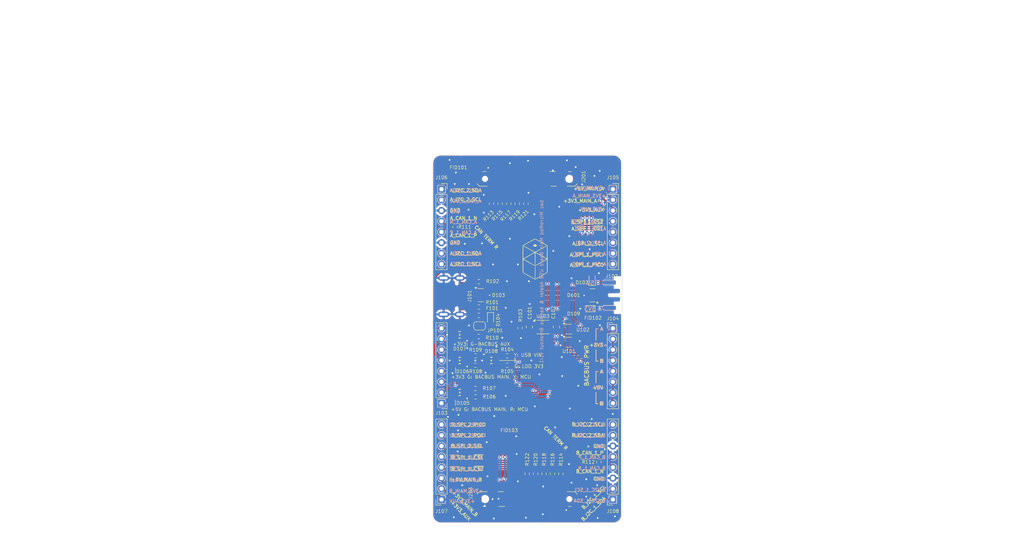
<source format=kicad_pcb>
(kicad_pcb (version 20240108) (generator "pcbnew") (generator_version "8.0")
  (title_block (title "bac MCU MicroMod Main Board USB Adapter v1") (date "2025-02-13") (rev "1") (company "Build a CubeSat") (comment 1 "Manuel Imboden") (comment 2 "CC BY-SA 4.0") (comment 3 "https://buildacubesat.space"))
  (layers (0 "F.Cu" signal) (31 "B.Cu" signal) (34 "B.Paste" user) (35 "F.Paste" user) (36 "B.SilkS" user "B.Silkscreen") (37 "F.SilkS" user "F.Silkscreen") (38 "B.Mask" user) (39 "F.Mask" user) (44 "Edge.Cuts" user))
  (net 0 "")
  (net 1 "GND")
  (net 2 "USB_VIN")
  (net 3 "+3V3")
  (net 4 "/D-")
  (net 5 "/D+")
  (net 6 "/3V3_OUT")
  (net 7 "/5V_OUT")
  (net 8 "Net-(D105-Pad1)")
  (net 9 "/MAMOD_+5V_MAIN")
  (net 10 "/MCU_+5V")
  (net 11 "Net-(D105-Pad2)")
  (net 12 "Net-(D106-Pad2)")
  (net 13 "/MCU_+3V3")
  (net 14 "Net-(D106-Pad1)")
  (net 15 "/MAMOD_+3V3_MAIN")
  (net 17 "/MAMOD_+3V3_AUX")
  (net 19 "Net-(D107-Pad2)")
  (net 20 "VBUS")
  (net 21 "Net-(J101-CC2)")
  (net 22 "Net-(J101-CC1)")
  (net 24 "/MAMOD_+5V_MAIN_A")
  (net 25 "/MAMOD_+3V3_MAIN_B")
  (net 26 "/MAMOD_+5V_MAIN_B")
  (net 27 "/MAMOD_+3V3_MAIN_A")
  (net 28 "/SPI_1_PICO")
  (net 29 "/SPI_1_POCI")
  (net 30 "/SPI_1_SCL")
  (net 31 "/MAMOD_A_SPI_1_~{CS_1}")
  (net 32 "/MAMOD_A_SPI_1_~{CS_2}")
  (net 33 "/MAMOD_A_I2C_2_SDA")
  (net 34 "/MAMOD_A_I2C_1_SCL")
  (net 35 "/MAMOD_A_I2C_1_SDA")
  (net 36 "/MAMOD_A_I2C_2_SCL")
  (net 37 "/SPI_2_SCL")
  (net 38 "/MAMOD_B_SPI_1_~{CS_2}")
  (net 39 "/SPI_2_PICO")
  (net 40 "/SPI_2_POCI")
  (net 41 "/MAMOD_B_SPI_1_~{CS_1}")
  (net 42 "/MAMOD_B_I2C_2_SDA")
  (net 43 "/MAMOD_B_I2C_1_SCL")
  (net 44 "/MAMOD_B_CAN_1_N")
  (net 45 "/MAMOD_B_CAN_1_P")
  (net 46 "/MAMOD_B_I2C_1_SDA")
  (net 47 "/MAMOD_B_I2C_2_SCL")
  (net 48 "/bacBus Connectors/32A")
  (net 49 "/bacBus Connectors/19A")
  (net 50 "/bacBus Connectors/27A")
  (net 51 "/bacBus Connectors/7A")
  (net 52 "/bacBus Connectors/25A")
  (net 53 "Net-(U103-EN)")
  (net 54 "/bacBus Connectors/3A")
  (net 55 "/bacBus Connectors/35A")
  (net 56 "/bacBus Connectors/10A")
  (net 57 "/bacBus Connectors/22A")
  (net 58 "/bacBus Connectors/41A")
  (net 64 "/bacBus Connectors/33A")
  (net 65 "/bacBus Connectors/39A")
  (net 66 "/bacBus Connectors/28A")
  (net 67 "/bacBus Connectors/29A")
  (net 68 "/bacBus Connectors/12A")
  (net 69 "/bacBus Connectors/23A")
  (net 70 "/bacBus Connectors/11A")
  (net 71 "/bacBus Connectors/30A")
  (net 72 "/bacBus Connectors/13A")
  (net 73 "/bacBus Connectors/37A")
  (net 74 "/bacBus Connectors/24A")
  (net 75 "/bacBus Connectors/31A")
  (net 76 "/bacBus Connectors/26A")
  (net 77 "/bacBus Connectors/5A")
  (net 78 "/bacBus Connectors/45A")
  (net 79 "/bacBus Connectors/21A")
  (net 80 "/bacBus Connectors/43A")
  (net 81 "/bacBus Connectors/37B")
  (net 82 "/bacBus Connectors/12B")
  (net 83 "/bacBus Connectors/3B")
  (net 84 "/bacBus Connectors/24B")
  (net 85 "/bacBus Connectors/5B")
  (net 86 "/bacBus Connectors/26B")
  (net 87 "/bacBus Connectors/21B")
  (net 88 "/bacBus Connectors/7B")
  (net 89 "/bacBus Connectors/32B")
  (net 90 "/bacBus Connectors/30B")
  (net 91 "/bacBus Connectors/45B")
  (net 92 "/bacBus Connectors/13B")
  (net 93 "/bacBus Connectors/23B")
  (net 94 "/bacBus Connectors/19B")
  (net 95 "/bacBus Connectors/41B")
  (net 96 "/bacBus Connectors/22B")
  (net 97 "/bacBus Connectors/27B")
  (net 98 "/bacBus Connectors/43B")
  (net 99 "/bacBus Connectors/31B")
  (net 100 "/bacBus Connectors/10B")
  (net 101 "/bacBus Connectors/35B")
  (net 102 "/bacBus Connectors/33B")
  (net 103 "/bacBus Connectors/25B")
  (net 104 "/bacBus Connectors/28B")
  (net 105 "/bacBus Connectors/39B")
  (net 106 "/bacBus Connectors/29B")
  (net 107 "/bacBus Connectors/11B")
  (net 110 "Net-(D108-Pad4)")
  (net 111 "Net-(D108-Pad3)")
  (net 113 "/MAMOD_A_CAN_1_N")
  (net 114 "/MAMOD_A_CAN_1_P")
  (footprint "Resistor_SMD:R_0603_1608Metric" (layer "F.Cu") (at 138.54 86.399999)
    (property "Reference" "R102")
    (property "Value" "5k1")
  )
  (footprint "Fiducial:Fiducial_1mm_Mask2mm" (layer "F.Cu") (at 165.4 96.6)
    (property "Reference" "FID102")
    (property "Value" "Fiducial")
  )
  (footprint "Connector_PinSocket_2.54mm:PinSocket_1x08_P2.54mm_Vertical" (layer "F.Cu") (at 170.32 138.100001 180)
    (property "Reference" "J108")
    (property "Value" "Conn_01x08_Socket")
  )
  (footprint "Connector_PinSocket_2.54mm:PinSocket_1x08_P2.54mm_Vertical" (layer "F.Cu") (at 129.68 64.44)
    (property "Reference" "J106")
    (property "Value" "Conn_01x08_Socket")
  )
  (footprint "Resistor_SMD:R_0603_1608Metric" (layer "F.Cu") (at 156 132 -90)
    (property "Reference" "R116")
    (property "Value" "10")
  )
  (footprint "Resistor_SMD:R_0603_1608Metric" (layer "F.Cu") (at 138.54 94.4)
    (property "Reference" "F101")
    (property "Value" "0603L200SL-VYR")
  )
  (footprint "Connector_PinSocket_2.54mm:PinSocket_1x08_P2.54mm_Vertical" (layer "F.Cu") (at 129.68 138.100001 180)
    (property "Reference" "J107")
    (property "Value" "Conn_01x08_Socket")
  )
  (footprint "Resistor_SMD:R_0603_1608Metric" (layer "F.Cu") (at 145.625 67.9 90)
    (property "Reference" "R117")
    (property "Value" "R0")
  )
  (footprint "Package_TO_SOT_SMD:SOT-363_SC-70-6" (layer "F.Cu") (at 159.82 97.665)
    (property "Reference" "U102")
    (property "Value" "LM66100DCK")
  )
  (footprint "Resistor_SMD:R_0603_1608Metric" (layer "F.Cu") (at 148.32 97.415 -90)
    (property "Reference" "R103")
    (property "Value" "5k1")
  )
  (footprint "Diode_SMD:D_0603_1608Metric" (layer "F.Cu") (at 141.3 95.2 -90)
    (property "Reference" "D104")
    (property "Value" "ESD751")
  )
  (footprint "Resistor_SMD:R_0603_1608Metric" (layer "F.Cu") (at 152 132 -90)
    (property "Reference" "R120")
    (property "Value" "R0")
  )
  (footprint "Package_DFN_QFN:DFN-6-1EP_3x3mm_P0.95mm_EP1.7x2.6mm" (layer "F.Cu") (at 153.72 97.165)
    (property "Reference" "U103")
    (property "Value" "LDO40LPU33RY")
  )
  (footprint "Fiducial:Fiducial_1mm_Mask2mm" (layer "F.Cu") (at 129.68 59.36)
    (property "Reference" "FID101")
    (property "Value" "Fiducial")
  )
  (footprint "bac MicroMod Main Board v1:WE-150080XX54050" (layer "F.Cu") (at 134 99 180)
    (property "Reference" "D107")
    (property "Value" "WE 150080SG54050")
  )
  (footprint "Package_TO_SOT_SMD:SOT-363_SC-70-6" (layer "F.Cu") (at 159.82 100.765)
    (property "Reference" "U101")
    (property "Value" "LM66100DCK")
  )
  (footprint "Resistor_SMD:R_0603_1608Metric" (layer "F.Cu") (at 137.75 111.75)
    (property "Reference" "R107")
    (property "Value" "120")
  )
  (footprint "bac MicroMod Main Board v1:WE-150080XX54050" (layer "F.Cu") (at 134 105.1 180)
    (property "Reference" "D106")
    (property "Value" "WE 150080SG54050")
  )
  (footprint "Resistor_SMD:R_0603_1608Metric" (layer "F.Cu") (at 145.25 106.25 180)
    (property "Reference" "R105")
    (property "Value" "120")
  )
  (footprint "Diode_SMD:D_0603_1608Metric" (layer "F.Cu") (at 165.4 85.8 90)
    (property "Reference" "D102")
    (property "Value" "ESD751")
  )
  (footprint "Fiducial:Fiducial_1mm_Mask2mm" (layer "F.Cu") (at 142.2 121.7)
    (property "Reference" "FID103")
    (property "Value" "Fiducial")
  )
  (footprint "Resistor_SMD:R_0603_1608Metric" (layer "F.Cu") (at 150 132 -90)
    (property "Reference" "R122")
    (property "Value" "R0")
  )
  (footprint "Package_TO_SOT_SMD:SOT-23" (layer "F.Cu") (at 165.48 89.645 180)
    (property "Reference" "D101")
    (property "Value" "TI ESD752")
  )
  (footprint "Resistor_SMD:R_0603_1608Metric" (layer "F.Cu") (at 149.7 67.9 90)
    (property "Reference" "R121")
    (property "Value" "R0")
  )
  (footprint "Capacitor_SMD:C_0805_2012Metric" (layer "F.Cu") (at 156.92 97.165 90)
    (property "Reference" "C102")
    (property "Value" "10u")
  )
  (footprint "bac EPS v1:AMP-MDT350M01001VT" (layer "F.Cu") (at 150 138)
    (property "Reference" "J203")
    (property "Value" "BMP MDT350M01001VT")
  )
  (footprint "Resistor_SMD:R_0603_1608Metric" (layer "F.Cu") (at 141.55 67.9 90)
    (property "Reference" "R113")
    (property "Value" "R0")
  )
  (footprint "Package_TO_SOT_SMD:SOT-23" (layer "F.Cu") (at 139 89.6)
    (property "Reference" "D103")
    (property "Value" "TI ESD752")
  )
  (footprint "bac MicroMod Main Board v1:WE-150080XX54050" (layer "F.Cu") (at 134 112.7 180)
    (property "Reference" "D105")
    (property "Value" "WE 150080SG54050")
  )
  (footprint "Resistor_SMD:R_0603_1608Metric" (layer "F.Cu") (at 138.54 99.4)
    (property "Reference" "R110")
    (property "Value" "120")
  )
  (footprint "bac MicroMod Main Board v1:WE-150080XX54050" (layer "F.Cu") (at 141.5 105.1)
    (property "Reference" "D108")
    (property "Value" "WE 150080SG54050")
  )
  (footprint "Jumper:SolderJumper-2_P1.3mm_Open_RoundedPad1.0x1.5mm" (layer "F.Cu") (at 138.7 96.9)
    (property "Reference" "JP101")
    (property "Value" "SolderJumper_2_Open")
  )
  (footprint "Connector_PinHeader_2.54mm:PinHeader_1x08_P2.54mm_Vertical" (layer "F.Cu") (at 170.32 97.475)
    (property "Reference" "J104")
    (property "Value" "Conn_01x08_Pin")
  )
  (footprint "Resistor_SMD:R_0603_1608Metric" (layer "F.Cu") (at 132.9 73.4 90)
    (property "Reference" "R111")
    (property "Value" "120")
  )
  (footprint "bac EPS v1:AMP-MDT350M01001VT" (layer "F.Cu") (at 150 62 180)
    (property "Reference" "J201")
    (property "Value" "AMP MDT350M01001VT")
  )
  (footprint "bac MicroMod Main Board v1:bac-logo-silkscreen-10mm" (layer "F.Cu") (at 151.9 81)
    (property "Reference" "G***" (hide yes))
    (property "Value" "LOGO" (hide yes))
  )
  (footprint "Resistor_SMD:R_0603_1608Metric" (layer "F.Cu") (at 154.000001 132 -90)
    (property "Reference" "R118")
    (property "Value" "R0")
  )
  (footprint "Resistor_SMD:R_0603_1608Metric" (layer "F.Cu") (at 145.25 104 180)
    (property "Reference" "R104")
    (property "Value" "120")
  )
  (footprint "Connector_PinSocket_2.54mm:PinSocket_1x08_P2.54mm_Vertical" (layer "F.Cu") (at 170.32 64.439999)
    (property "Reference" "J105")
    (property "Value" "Conn_01x08_Socket")
  )
  (footprint "Resistor_SMD:R_0603_1608Metric" (layer "F.Cu") (at 137.75 113.75)
    (property "Reference" "R106")
    (property "Value" "120")
  )
  (footprint "Resistor_SMD:R_0603_1608Metric" (layer "F.Cu") (at 147.65 67.9 90)
    (property "Reference" "R119")
    (property "Value" "R0")
  )
  (footprint "Resistor_SMD:R_0603_1608Metric" (layer "F.Cu") (at 137.75 104)
    (property "Reference" "R109")
    (property "Value" "120")
  )
  (footprint "bac MicroMod Main Board v1:JAE-DX07S016JA1R1500" (layer "F.Cu") (at 131.338 89.84 -90)
    (property "Reference" "J101")
    (property "Value" "USB_C_Receptacle_USB2.0_14P")
  )
  (footprint "Resistor_SMD:R_0603_1608Metric" (layer "F.Cu") (at 138.54 92.4)
    (property "Reference" "R101")
    (property "Value" "5k1")
  )
  (footprint "Resistor_SMD:R_0603_1608Metric" (layer "F.Cu") (at 158 132 -90)
    (property "Reference" "R114")
    (property "Value" "R0")
  )
  (footprint "Resistor_SMD:R_0603_1608Metric" (layer "F.Cu") (at 167 129.2 -90)
    (property "Reference" "R112")
    (property "Value" "120")
  )
  (footprint "Connector_PinHeader_2.54mm:PinHeader_1x08_P2.54mm_Vertical" (layer "F.Cu") (at 129.68 115.24 180)
    (property "Reference" "J103")
    (property "Value" "Conn_01x08_Pin")
  )
  (footprint "Capacitor_SMD:C_0805_2012Metric" (layer "F.Cu") (at 150.52 97.165 90)
    (property "Reference" "C101")
    (property "Value" "10u")
  )
  (footprint "Diode_SMD:D_0603_1608Metric" (layer "F.Cu") (at 164.612499 92.8 180)
    (property "Reference" "D109")
    (property "Value" "ESD751")
  )
  (footprint "bac MicroMod Main Board v1:bac-KYO-00-9159-BTB" (layer "F.Cu") (at 170 89.6)
    (property "Reference" "J102")
    (property "Value" "Conn_02x04_Top_Bottom")
    (fp_line (start -0.3 0.3) (end 2.2 0.3) (stroke (width 0.1)) (layer "Edge.Cuts"))
    (fp_line (start 2.2 -0.3) (end -0.3 -0.3) (stroke (width 0.1)) (layer "Edge.Cuts"))
    (fp_line (start 2.5 -3.5) (end 2.5 -4) (stroke (width 0.1)) (layer "Edge.Cuts"))
    (fp_line (start 2.5 -3.5) (end 2.5 -0.6) (stroke (width 0.1)) (layer "Edge.Cuts"))
    (fp_line (start 2.5 0.6) (end 2.5 3.5) (stroke (width 0.1)) (layer "Edge.Cuts"))
    (fp_line (start 2.5 3.5) (end 2.5 4) (stroke (width 0.1)) (layer "Edge.Cuts"))
    (fp_arc (start -0.6 0) (mid -0.512132 -0.212132) (end -0.3 -0.3) (stroke (width 0.1)) (layer "Edge.Cuts"))
    (fp_arc (start -0.3 0.3) (mid -0.512132 0.212132) (end -0.6 0) (stroke (width 0.1)) (layer "Edge.Cuts"))
    (fp_arc (start 2.2 0.3) (mid 2.412132 0.387868) (end 2.5 0.6) (stroke (width 0.1)) (layer "Edge.Cuts"))
    (fp_arc (start 2.5 -0.6) (mid 2.412132 -0.387868) (end 2.2 -0.3) (stroke (width 0.1)) (layer "Edge.Cuts"))
  )
  (footprint "Resistor_SMD:R_0603_1608Metric" (layer "F.Cu") (at 143.6 67.9 90)
    (property "Reference" "R115")
    (property "Value" "10")
  )
  (footprint "Resistor_SMD:R_0603_1608Metric" (layer "F.Cu") (at 137.75 106.25)
    (property "Reference" "R108")
    (property "Value" "120")
  )
  (gr_line (start 166.8 105.25) (end 166.3 105.25) (stroke (width 0.15)) (layer "B.SilkS"))
  (gr_line (start 166.3 115.35) (end 166.3 112.65) (stroke (width 0.15)) (layer "B.SilkS"))
  (gr_line (start 166.8 115.35) (end 166.3 115.35) (stroke (width 0.15)) (layer "B.SilkS"))
  (gr_line (start 166.8 97.6) (end 166.3 97.6) (stroke (width 0.15)) (layer "B.SilkS"))
  (gr_line (start 166.3 97.6) (end 166.3 100.3) (stroke (width 0.15)) (layer "B.SilkS"))
  (gr_line (start 166.3 105.25) (end 166.3 102.55) (stroke (width 0.15)) (layer "B.SilkS"))
  (gr_line (start 166.3 107.7) (end 166.3 110.4) (stroke (width 0.15)) (layer "B.SilkS"))
  (gr_line (start 166.8 107.7) (end 166.3 107.7) (stroke (width 0.15)) (layer "B.SilkS"))
  (gr_line (start 147.1 105.1) (end 147.1 104.5) (stroke (width 0.12)) (layer "F.SilkS"))
  (gr_line (start 166.3 107.7) (end 166.3 110.4) (stroke (width 0.15)) (layer "F.SilkS"))
  (gr_line (start 166.3 97.6) (end 166.3 100.3) (stroke (width 0.15)) (layer "F.SilkS"))
  (gr_line (start 143.4 105.1) (end 147.1 105.1) (stroke (width 0.12)) (layer "F.SilkS"))
  (gr_line (start 166.3 105.25) (end 166.3 102.55) (stroke (width 0.15)) (layer "F.SilkS"))
  (gr_line (start 166.8 115.35) (end 166.3 115.35) (stroke (width 0.15)) (layer "F.SilkS"))
  (gr_line (start 133 108.1) (end 133 106.8) (stroke (width 0.12)) (layer "F.SilkS"))
  (gr_line (start 166.8 97.6) (end 166.3 97.6) (stroke (width 0.15)) (layer "F.SilkS"))
  (gr_line (start 133 115.8) (end 133 114.5) (stroke (width 0.12)) (layer "F.SilkS"))
  (gr_line (start 166.8 107.7) (end 166.3 107.7) (stroke (width 0.15)) (layer "F.SilkS"))
  (gr_line (start 147.1 104.5) (end 147.1 105.7) (stroke (width 0.12)) (layer "F.SilkS"))
  (gr_line (start 166.8 105.25) (end 166.3 105.25) (stroke (width 0.15)) (layer "F.SilkS"))
  (gr_line (start 166.3 115.35) (end 166.3 112.65) (stroke (width 0.15)) (layer "F.SilkS"))
  (gr_line (start 172.5 58.25) (end 172.5 85.6) (stroke (width 0.05)) (layer "Edge.Cuts"))
  (gr_line (start 129.5 56.25) (end 170.5 56.25) (stroke (width 0.05)) (layer "Edge.Cuts"))
  (gr_arc (start 170.5 56.25) (mid 171.914213 56.835786) (end 172.5 58.25) (stroke (width 0.05)) (layer "Edge.Cuts"))
  (gr_line (start 172.5 93.6) (end 172.5 141.75) (stroke (width 0.05)) (layer "Edge.Cuts"))
  (gr_line (start 127.5 58.25) (end 127.5 141.75) (stroke (width 0.05)) (layer "Edge.Cuts"))
  (gr_arc (start 127.5 58.25) (mid 128.085786 56.835786) (end 129.5 56.25) (stroke (width 0.05)) (layer "Edge.Cuts"))
  (gr_arc (start 129.5 143.75) (mid 128.085787 143.164214) (end 127.5 141.75) (stroke (width 0.05)) (layer "Edge.Cuts"))
  (gr_line (start 170.5 143.75) (end 129.5 143.75) (stroke (width 0.05)) (layer "Edge.Cuts"))
  (gr_arc (start 172.5 141.75) (mid 171.914214 143.164214) (end 170.5 143.75) (stroke (width 0.05)) (layer "Edge.Cuts"))
  (gr_text "B_SPI_2_PICO" (at 139.776191 120.852384 -0) (layer "B.SilkS") (effects (font (size 0.8 0.8)) (justify left bottom mirror)))
  (gr_text "B_SPI_2_POCI" (at 139.776191 123.378574 -0) (layer "B.SilkS") (effects (font (size 0.8 0.8)) (justify left bottom mirror)))
  (gr_text "+5V_MAIN_A" (at 168.8 64.6 0) (layer "B.SilkS") (effects (font (size 0.8 0.8)) (justify left bottom mirror)))
  (gr_text "+3V3_AUX" (at 137.719048 138.952384 0) (layer "B.SilkS") (effects (font (size 0.8 0.8)) (justify left bottom mirror)))
  (gr_text "B_I2C_2_SDA" (at 168.7 123.37143 0) (layer "B.SilkS") (effects (font (size 0.8 0.8)) (justify left bottom mirror)))
  (gr_text "A_SPI_1_PICO" (at 168.8 82.7 0) (layer "B.SilkS") (effects (font (size 0.8 0.8)) (justify left bottom mirror)))
  (gr_text "GND" (at 168.7 133.714286 -0) (layer "B.SilkS") (effects (font (size 0.8 0.8)) (justify left bottom mirror)))
  (gr_text "A_CAN_1_P" (at 138.161905 75.2 -0) (layer "B.SilkS") (effects (font (size 0.8 0.8)) (justify left bottom mirror)))
  (gr_text "A" (at 167.692857 98.1 -0) (layer "B.SilkS") (effects (font (size 0.8 0.8)) (justify bottom mirror)))
  (gr_text "5V" (at 166 87.3 0) (layer "B.SilkS") (effects (font (size 1 1)) (justify left bottom mirror)))
  (gr_text "+3V3_MAIN_B" (at 139.661905 136.552384 0) (layer "B.SilkS") (effects (font (size 0.8 0.8)) (justify left bottom mirror)))
  (gr_text "B" (at 167.807143 115.8 -0) (layer "B.SilkS") (effects (font (size 0.8 0.8)) (justify bottom mirror)))
  (gr_text "A_I2C_2_SDA" (at 139.228572 65.2 -0) (layer "B.SilkS") (effects (font (size 0.8 0.8)) (justify left bottom mirror)))
  (gr_text "GND" (at 134.2 77.7 -0) (layer "B.SilkS") (effects (font (size 0.8 0.8)) (justify left bottom mirror)))
  (gr_text "GND" (at 134.2 70.2 -0) (layer "B.SilkS") (effects (font (size 0.8 0.8)) (justify left bottom mirror)))
  (gr_text "A_I2C_1_SCL" (at 139.190477 82.7 -0) (layer "B.SilkS") (effects (font (size 0.8 0.8)) (justify left bottom mirror)))
  (gr_text "B_I2C_1_SCL" (at 168.7 136.3 0) (layer "B.SilkS") (effects (font (size 0.8 0.8)) (justify left bottom mirror)))
  (gr_text "A_I2C_1_SDA" (at 139.228572 80.2 -0) (layer "B.SilkS") (effects (font (size 0.8 0.8)) (justify left bottom mirror)))
  (gr_text "A_SPI_1_~{CS1}" (at 168.8 74.3 0) (layer "B.SilkS") (effects (font (size 0.8 0.8)) (justify left bottom mirror)))
  (gr_text "B_I2C_2_SCL" (at 168.7 120.785716 0) (layer "B.SilkS") (effects (font (size 0.8 0.8)) (justify left bottom mirror)))
  (gr_text "bac MicroMod Main Board USB Adater & bacBus Breakout v1r1" (at 153.4 86.4 90) (layer "B.SilkS") (effects (font (size 0.8 0.8) (thickness 0.1)) (justify mirror)))
  (gr_text "A_SPI_2_SCL" (at 168.8 77.647616 0) (layer "B.SilkS") (effects (font (size 0.8 0.8)) (justify left bottom mirror)))
  (gr_text "B_CAN_1_N" (at 168.7 131.128572 0) (layer "B.SilkS") (effects (font (size 0.8 0.8)) (justify left bottom mirror)))
  (gr_text "A_I2C_2_SCL" (at 139.190477 67.7 -0) (layer "B.SilkS") (effects (font (size 0.8 0.8)) (justify left bottom mirror)))
  (gr_text "+5V" (at 167.1 112 -0) (layer "B.SilkS") (effects (font (size 0.8 0.8)) (justify bottom mirror)))
  (gr_text "B_CAN_1_P" (at 168.7 128.542858 0) (layer "B.SilkS") (effects (font (size 0.8 0.8)) (justify left bottom mirror)))
  (gr_text "B_SPI_1_~{CS2}" (at 139.280954 131.37381 -0) (layer "B.SilkS") (effects (font (size 0.8 0.8)) (justify left bottom mirror)))
  (gr_text "B_SPI_1_~{CS1}" (at 139.280954 128.639287 -0) (layer "B.SilkS") (effects (font (size 0.8 0.8)) (justify left bottom mirror)))
  (gr_text "+5V_MAIN_B" (at 138.9 133.9 -0) (layer "B.SilkS") (effects (font (size 0.8 0.8)) (justify left bottom mirror)))
  (gr_text "+3V3_AUX" (at 168.8 69.65238 0) (layer "B.SilkS") (effects (font (size 0.8 0.8)) (justify left bottom mirror)))
  (gr_text "3V3" (at 166.4 93.4 0) (layer "B.SilkS") (effects (font (size 1 1)) (justify left bottom mirror)))
  (gr_text "GND" (at 168.7 125.957144 -0) (layer "B.SilkS") (effects (font (size 0.8 0.8)) (justify left bottom mirror)))
  (gr_text "A_SPI_1_POCI" (at 168.8 80.3 0) (layer "B.SilkS") (effects (font (size 0.8 0.8)) (justify left bottom mirror)))
  (gr_text "A_CAN_1_N" (at 138.2 72.7 -0) (layer "B.SilkS") (effects (font (size 0.8 0.8)) (justify left bottom mirror)))
  (gr_text "+3V3_MAIN_A" (at 168.8 66.5 0) (layer "B.SilkS") (effects (font (size 0.8 0.8)) (justify left bottom mirror)))
  (gr_text "+3V3" (at 167.423809 101.9 -0) (layer "B.SilkS") (effects (font (size 0.8 0.8)) (justify bottom mirror)))
  (gr_text "A" (at 167.75 108.2 -0) (layer "B.SilkS") (effects (font (size 0.8 0.8)) (justify bottom mirror)))
  (gr_text "B" (at 167.75 105.7 -0) (layer "B.SilkS") (effects (font (size 0.8 0.8)) (justify bottom mirror)))
  (gr_text "B_I2C_1_SDA" (at 168.7 138.885716 0) (layer "B.SilkS") (effects (font (size 0.8 0.8)) (justify left bottom mirror)))
  (gr_text "A_SPI_1_~{CS2}" (at 168 72.8 0) (layer "B.SilkS") (effects (font (size 0.8 0.8)) (justify left bottom mirror)))
  (gr_text "B_SPI_2_SCL" (at 139.166668 125.904764 -0) (layer "B.SilkS") (effects (font (size 0.8 0.8)) (justify left bottom mirror)))
  (gr_text "A_I2C_2_SDA" (at 131.6 65.2 0) (layer "F.SilkS") (effects (font (size 0.8 0.8)) (justify left bottom)))
  (gr_text "+3V3_MAIN_B" (at 132 136.5 -45) (layer "F.SilkS") (effects (font (size 0.8 0.8)) (justify left bottom)))
  (gr_text "B_SPI_2_SCL" (at 131.9 125.85238 0) (layer "F.SilkS") (effects (font (size 0.8 0.8)) (justify left bottom)))
  (gr_text "BACBUS PWR" (at 164.7 106.3 90) (layer "F.SilkS") (effects (font (size 1 1)) (justify bottom)))
  (gr_text "B_SPI_1_~{CS2}" (at 131.9 131.321426 0) (layer "F.SilkS") (effects (font (size 0.8 0.8)) (justify left bottom)))
  (gr_text "B_CAN_1_P" (at 161.5 127.5 -0) (layer "F.SilkS") (effects (font (size 0.8 0.8)) (justify left bottom)))
  (gr_text "A_I2C_2_SCL" (at 131.6 67.357142 0) (layer "F.SilkS") (effects (font (size 0.8 0.8)) (justify left bottom)))
  (gr_text "B_SPI_2_POCI" (at 131.9 123.32619 0) (layer "F.SilkS") (effects (font (size 0.8 0.8)) (justify left bottom)))
  (gr_text "B_I2C_2_SCL" (at 160.495237 120.728572 -0) (layer "F.SilkS") (effects (font (size 0.8 0.8)) (justify left bottom)))
  (gr_text "+3V3: G-BACBUS AUX" (at 132.3 101.2 0) (layer "F.SilkS") (effects (font (size 0.8 0.8) (thickness 0.1)) (justify left)))
  (gr_text "A_SPI_1_~{CS2}" (at 160.4 72.7 -0) (layer "F.SilkS") (effects (font (size 0.8 0.8)) (justify left bottom)))
  (gr_text "B_SPI_2_PICO" (at 131.9 120.8 0) (layer "F.SilkS") (effects (font (size 0.8 0.8)) (justify left bottom)))
  (gr_text "+3V3 G: BACBUS MAIN, Y: MCU" (at 131.9 109 0) (layer "F.SilkS") (effects (font (size 0.8 0.8) (thickness 0.1)) (justify left)))
  (gr_text "CAN TERM R" (at 153.75 121.15 315) (layer "F.SilkS") (effects (font (size 0.8 0.8)) (justify left bottom)))
  (gr_text "A" (at 167.6 108.2 0) (layer "F.SilkS") (effects (font (size 0.8 0.8)) (justify bottom)))
  (gr_text "+3V3_AUX" (at 161.942857 69.85238 -0) (layer "F.SilkS") (effects (font (size 0.8 0.8)) (justify left bottom)))
  (gr_text "GND" (at 165.6 125.9 0) (layer "F.SilkS") (effects (font (size 0.8 0.8)) (justify left bottom)))
  (gr_text "GND" (at 165.6 133.657142 0) (layer "F.SilkS") (effects (font (size 0.8 0.8)) (justify left bottom)))
  (gr_text "Y: USB VIN" (at 146.8 103.8 0) (layer "F.SilkS") (effects (font (size 0.8 0.8) (thickness 0.1)) (justify left)))
  (gr_text "A" (at 167.657143 98.1 0) (layer "F.SilkS") (effects (font (size 0.8 0.8)) (justify bottom)))
  (gr_text "+5V G: BACBUS MAIN, R: MCU" (at 131.9 116.7 0) (layer "F.SilkS") (effects (font (size 0.8 0.8) (thickness 0.1)) (justify left)))
  (gr_text "B_CAN_1_N" (at 161.485714 131.9 -0) (layer "F.SilkS") (effects (font (size 0.8 0.8)) (justify left bottom)))
  (gr_text "B_SPI_1_~{CS1}" (at 131.9 128.586903 0) (layer "F.SilkS") (effects (font (size 0.8 0.8)) (justify left bottom)))
  (gr_text "A_CAN_1_P" (at 131.6 75.9 0) (layer "F.SilkS") (effects (font (size 0.8 0.8)) (justify left bottom)))
  (gr_text "A_I2C_1_SCL" (at 131.6 82.7 0) (layer "F.SilkS") (effects (font (size 0.8 0.8)) (justify left bottom)))
  (gr_text "+3V3_AUX" (at 131.7 138.9 -45) (layer "F.SilkS") (effects (font (size 0.8 0.8)) (justify left bottom)))
  (gr_text "+5V_MAIN_B" (at 131.9 133.847616 0) (layer "F.SilkS") (effects (font (size 0.8 0.8)) (justify left bottom)))
  (gr_text "B" (at 167.6 105.7 0) (layer "F.SilkS") (effects (font (size 0.8 0.8)) (justify bottom)))
  (gr_text "+3V3" (at 166.4 101.9 0) (layer "F.SilkS") (effects (font (size 0.8 0.8)) (justify bottom)))
  (gr_text "CAN TERM R" (at 137.3 73.5 315) (layer "F.SilkS") (effects (font (size 0.8 0.8)) (justify left bottom)))
  (gr_text "B" (at 167.542857 115.8 0) (layer "F.SilkS") (effects (font (size 0.8 0.8)) (justify bottom)))
  (gr_text "G: LDO 3V3" (at 146.9 106.5 0) (layer "F.SilkS") (effects (font (size 0.8 0.8) (thickness 0.1)) (justify left)))
  (gr_text "+5V" (at 166.723809 112 0) (layer "F.SilkS") (effects (font (size 0.8 0.8)) (justify bottom)))
  (gr_text "GND" (at 131.6 77.58571 0) (layer "F.SilkS") (effects (font (size 0.8 0.8)) (justify left bottom)))
  (gr_text "B_I2C_1_SDA" (at 163.3 143.4 45) (layer "F.SilkS") (effects (font (size 0.8 0.8)) (justify left bottom)))
  (gr_text "A_SPI_1_PICO" (at 160 82.9 -0) (layer "F.SilkS") (effects (font (size 0.8 0.8)) (justify left bottom)))
  (gr_text "A_SPI_1_POCI" (at 160 80.5 -0) (layer "F.SilkS") (effects (font (size 0.8 0.8)) (justify left bottom)))
  (gr_text "GND" (at 131.6 69.914284 0) (layer "F.SilkS") (effects (font (size 0.8 0.8)) (justify left bottom)))
  (gr_text "A_SPI_1_~{CS1}" (at 160.4 74.3 -0) (layer "F.SilkS") (effects (font (size 0.8 0.8)) (justify left bottom)))
  (gr_text "A_CAN_1_N" (at 131.6 71.8 0) (layer "F.SilkS") (effects (font (size 0.8 0.8)) (justify left bottom)))
  (gr_text "A_SPI_2_SCL" (at 160.609523 77.847616 -0) (layer "F.SilkS") (effects (font (size 0.8 0.8)) (justify left bottom)))
  (gr_text "B_I2C_2_SDA" (at 160.457142 123.314286 -0) (layer "F.SilkS") (effects (font (size 0.8 0.8)) (justify left bottom)))
  (gr_text "+3V3_MAIN_A" (at 158.5 67.7 -0) (layer "F.SilkS") (effects (font (size 0.8 0.8)) (justify left bottom)))
  (gr_text "+5V_MAIN_A" (at 160.876191 64.8 -0) (layer "F.SilkS") (effects (font (size 0.8 0.8)) (justify left bottom)))
  (gr_text "B_I2C_1_SCL" (at 163.4 140.6 45) (layer "F.SilkS") (effects (font (size 0.8 0.8)) (justify left bottom)))
  (gr_text "A_I2C_1_SDA" (at 131.6 80.142852 0) (layer "F.SilkS") (effects (font (size 0.8 0.8)) (justify left bottom)))
  (segment (start 133.563 88.63) (end 133.563 91.55) (width 0.25) (layer "F.Cu") (net 0))
  (segment (start 133.603 91.59) (end 134.388 91.59) (width 0.25) (layer "F.Cu") (net 0))
  (segment (start 133.603 88.59) (end 133.563 88.63) (width 0.25) (layer "F.Cu") (net 0))
  (segment (start 134.388 88.59) (end 133.603 88.59) (width 0.25) (layer "F.Cu") (net 0))
  (segment (start 133.563 91.55) (end 133.603 91.59) (width 0.25) (layer "F.Cu") (net 0))
  (segment (start 139.944608 89.607107) (end 139.937501 89.6) (width 0.5) (layer "F.Cu") (net 1))
  (segment (start 141.092893 89.607107) (end 139.944608 89.607107) (width 0.5) (layer "F.Cu") (net 1))
  (segment (start 163.824998 92.8) (end 162.6 92.8) (width 0.5) (layer "F.Cu") (net 1))
  (segment (start 163.5 89.645) (end 164.542499 89.645) (width 0.5) (layer "F.Cu") (net 1))
  (via (at 144.1 99.7) (size 0.8) (drill 0.4) (layers "F.Cu" "B.Cu") (net 1))
  (via (at 147.4 123.1) (size 0.8) (drill 0.4) (layers "F.Cu" "B.Cu") (net 1))
  (via (at 135.8 102.2) (size 0.8) (drill 0.4) (layers "F.Cu" "B.Cu") (net 1))
  (via (at 142.1 142.6) (size 0.8) (drill 0.4) (layers "F.Cu" "B.Cu") (net 1))
  (via (at 146.3 95.9) (size 0.8) (drill 0.4) (layers "F.Cu" "B.Cu") (net 1))
  (via (at 131.2 118.5) (size 0.8) (drill 0.4) (layers "F.Cu" "B.Cu") (net 1))
  (via (at 164.8 78.7) (size 0.8) (drill 0.4) (layers "F.Cu" "B.Cu") (net 1))
  (via (at 141.092893 89.607107) (size 0.6) (drill 0.3) (layers "F.Cu" "B.Cu") (net 1))
  (via (at 170.3 117.8) (size 0.8) (drill 0.4) (layers "F.Cu" "B.Cu") (net 1))
  (via (at 133.6 121.7) (size 0.8) (drill 0.4) (layers "F.Cu" "B.Cu") (net 1))
  (via (at 141.8 138) (size 0.8) (drill 0.4) (layers "F.Cu" "B.Cu") (net 1))
  (via (at 132.6 142.3) (size 0.8) (drill 0.4) (layers "F.Cu" "B.Cu") (net 1))
  (via (at 140.6 132.6) (size 0.8) (drill 0.4) (layers "F.Cu" "B.Cu") (net 1))
  (via (at 160 75.6) (size 0.8) (drill 0.4) (layers "F.Cu" "B.Cu") (net 1))
  (via (at 150.4 86.3) (size 0.8) (drill 0.4) (layers "F.Cu" "B.Cu") (net 1))
  (via (at 151.8 116) (size 0.8) (drill 0.4) (layers "F.Cu" "B.Cu") (net 1))
  (via (at 163.05 63.3) (size 0.8) (drill 0.4) (layers "F.Cu" "B.Cu") (net 1))
  (via (at 167.2 60.1) (size 0.8) (drill 0.4) (layers "F.Cu" "B.Cu") (net 1))
  (via (at 160.1 116.5) (size 0.8) (drill 0.4) (layers "F.Cu" "B.Cu") (net 1))
  (via (at 131.6 105.1) (size 0.8) (drill 0.4) (layers "F.Cu" "B.Cu") (net 1))
  (via (at 157.9 101.5) (size 0.8) (drill 0.4) (layers "F.Cu" "B.Cu") (net 1))
  (via (at 148.5 99.8) (size 0.8) (drill 0.4) (layers "F.Cu" "B.Cu") (net 1))
  (via (at 140.4 124.5) (size 0.8) (drill 0.4) (layers "F.Cu" "B.Cu") (net 1))
  (via (at 133.1 60.5) (size 0.8) (drill 0.4) (layers "F.Cu" "B.Cu") (net 1))
  (via (at 145.2 86.3) (size 0.8) (drill 0.4) (layers "F.Cu" "B.Cu") (net 1))
  (via (at 141.9 82.3) (size 0.8) (drill 0.4) (layers "F.Cu" "B.Cu") (net 1))
  (via (at 160.5 134.1) (size 0.8) (drill 0.4) (layers "F.Cu" "B.Cu") (net 1))
  (via (at 165.3 119) (size 0.8) (drill 0.4) (layers "F.Cu" "B.Cu") (net 1))
  (via (at 153.8 135) (size 0.8) (drill 0.4) (layers "F.Cu" "B.Cu") (net 1))
  (via (at 136.1 69.3) (size 0.8) (drill 0.4) (layers "F.Cu" "B.Cu") (net 1))
  (via (at 150.2 57.7) (size 0.8) (drill 0.4) (layers "F.Cu" "B.Cu") (net 1))
  (via (at 157.6 68.6) (size 0.8) (drill 0.4) (layers "F.Cu" "B.Cu") (net 1))
  (via (at 142.2 118.3) (size 0.8) (drill 0.4) (layers "F.Cu" "B.Cu") (net 1))
  (via (at 135.2 77.4) (size 0.8) (drill 0.4) (layers "F.Cu" "B.Cu") (net 1))
  (via (at 156.2 79.1) (size 0.8) (drill 0.4) (layers "F.Cu" "B.Cu") (net 1))
  (via (at 168.4 126.2) (size 0.8) (drill 0.4) (layers "F.Cu" "B.Cu") (net 1))
  (via (at 139.3 77.3) (size 0.8) (drill 0.4) (layers "F.Cu" "B.Cu") (net 1))
  (via (at 170.8 142.1) (size 0.8) (drill 0.4) (layers "F.Cu" "B.Cu") (net 1))
  (via (at 134.6 134.7) (size 0.8) (drill 0.4) (layers "F.Cu" "B.Cu") (net 1))
  (via (at 164.5 125.5) (size 0.8) (drill 0.4) (layers "F.Cu" "B.Cu") (net 1))
  (via (at 158.2 104.3) (size 0.8) (drill 0.4) (layers "F.Cu" "B.Cu") (net 1))
  (via (at 160.5 85.6) (size 0.8) (drill 0.4) (layers "F.Cu" "B.Cu") (net 1))
  (via (at 158.2 99.1) (size 0.8) (drill 0.4) (layers "F.Cu" "B.Cu") (net 1))
  (via (at 164 133.3) (size 0.8) (drill 0.4) (layers "F.Cu" "B.Cu") (net 1))
  (via (at 166.7 142.5) (size 0.8) (drill 0.4) (layers "F.Cu" "B.Cu") (net 1))
  (via (at 167 84.4) (size 0.8) (drill 0.4) (layers "F.Cu" "B.Cu") (net 1))
  (via (at 132.3 108.1) (size 0.8) (drill 0.4) (layers "F.Cu" "B.Cu") (net 1))
  (via (at 152.9 108.4) (size 0.8) (drill 0.4) (layers "F.Cu" "B.Cu") (net 1))
  (via (at 150.6 91.7) (size 0.8) (drill 0.4) (layers "F.Cu" "B.Cu") (net 1))
  (via (at 142.7 101.8) (size 0.8) (drill 0.4) (layers "F.Cu" "B.Cu") (net 1))
  (via (at 158.3 108.8) (size 0.8) (drill 0.4) (layers "F.Cu" "B.Cu") (net 1))
  (via (at 131.6 57.5) (size 0.8) (drill 0.4) (layers "F.Cu" "B.Cu") (net 1))
  (via (at 167.25 96.75) (size 0.8) (drill 0.4) (layers "F.Cu" "B.Cu") (net 1))
  (via (at 159.9 129.7) (size 0.8) (drill 0.4) (layers "F.Cu" "B.Cu") (net 1))
  (via (at 140.1 107.975) (size 0.8) (drill 0.4) (layers "F.Cu" "B.Cu") (net 1))
  (via (at 164 137.4) (size 0.8) (drill 0.4) (layers "F.Cu" "B.Cu") (net 1))
  (via (at 144.9 113.5) (size 0.8) (drill 0.4) (layers "F.Cu" "B.Cu") (net 1))
  (via (at 143.2 137.9) (size 0.8) (drill 0.4) (layers "F.Cu" "B.Cu") (net 1))
  (via (at 162.45 100.5) (size 0.8) (drill 0.4) (layers "F.Cu" "B.Cu") (net 1))
  (via (at 147.8 133.8) (size 0.8) (drill 0.4) (layers "F.Cu" "B.Cu") (net 1))
  (via (at 147.8 82.3) (size 0.8) (drill 0.4) (layers "F.Cu" "B.Cu") (net 1))
  (via (at 133.7 118) (size 0.8) (drill 0.4) (layers "F.Cu" "B.Cu") (net 1))
  (via (at 136.2 63.2) (size 0.8) (drill 0.4) (layers "F.Cu" "B.Cu") (net 1))
  (via (at 137.7 105.1) (size 0.8) (drill 0.4) (layers "F.Cu" "B.Cu") (net 1))
  (via (at 153.7 141.6) (size 0.8) (drill 0.4) (layers "F.Cu" "B.Cu") (net 1))
  (via (at 133.5 126.7) (size 0.8) (drill 0.4) (layers "F.Cu" "B.Cu") (net 1))
  (via (at 145.9 58.3) (size 0.8) (drill 0.4) (layers "F.Cu" "B.Cu") (net 1))
  (via (at 136.2 96.8) (size 0.8) (drill 0.4) (layers "F.Cu" "B.Cu") (net 1))
  (via (at 166.6 134.7) (size 0.8) (drill 0.4) (layers "F.Cu" "B.Cu") (net 1))
  (via (at 162.6 92.8) (size 0.8) (drill 0.4) (layers "F.Cu" "B.Cu") (net 1))
  (via (at 149.7 142.4) (size 0.8) (drill 0.4) (layers "F.Cu" "B.Cu") (net 1))
  (via (at 163.5 89.645) (size 0.6) (drill 0.3) (layers "F.Cu" "B.Cu") (net 1))
  (via (at 132.8 63.2) (size 0.8) (drill 0.4) (layers "F.Cu" "B.Cu") (net 1))
  (via (at 151.7 70.4) (size 0.8) (drill 0.4) (layers "F.Cu" "B.Cu") (net 1))
  (via (at 156.1 60) (size 0.8) (drill 0.4) (layers "F.Cu" "B.Cu") (net 1))
  (via (at 151 105.1) (size 0.8) (drill 0.4) (layers "F.Cu" "B.Cu") (net 1))
  (via (at 150.3 65.3) (size 0.8) (drill 0.4) (layers "F.Cu" "B.Cu") (net 1))
  (via (at 131 99) (size 0.8) (drill 0.4) (layers "F.Cu" "B.Cu") (net 1))
  (via (at 139.7 70) (size 0.8) (drill 0.4) (layers "F.Cu" "B.Cu") (net 1))
  (via (at 139.7 65.8) (size 0.8) (drill 0.4) (layers "F.Cu" "B.Cu") (net 1))
  (via (at 144.9 92.6) (size 0.8) (drill 0.4) (layers "F.Cu" "B.Cu") (net 1))
  (via (at 162.1 111.1) (size 0.8) (drill 0.4) (layers "F.Cu" "B.Cu") (net 1))
  (via (at 147.5 127.3) (size 0.8) (drill 0.4) (layers "F.Cu" "B.Cu") (net 1))
  (via (at 156.65 121) (size 0.8) (drill 0.4) (layers "F.Cu" "B.Cu") (net 1))
  (via (at 145.9 76.2) (size 0.8) (drill 0.4) (layers "F.Cu" "B.Cu") (net 1))
  (via (at 139.3 105.1) (size 0.8) (drill 0.4) (layers "F.Cu" "B.Cu") (net 1))
  (via (at 159.4 57.6) (size 0.8) (drill 0.4) (layers "F.Cu" "B.Cu") (net 1))
  (via (at 161.5 59.2) (size 0.8) (drill 0.4) (layers "F.Cu" "B.Cu") (net 1))
  (via (at 165.95 61.3) (size 0.8) (drill 0.4) (layers "F.Cu" "B.Cu") (net 1))
  (via (at 139.9 139.6) (size 0.8) (drill 0.4) (layers "F.Cu" "B.Cu") (net 1))
  (segment (start 158.87 100.115) (end 150.615 100.115) (width 0.5) (layer "F.Cu") (net 2))
  (segment (start 150.585 100.115) (end 147.9 102.8) (width 0.5) (layer "F.Cu") (net 2))
  (segment (start 150.5 99) (end 150.52 98.98) (width 0.5) (layer "F.Cu") (net 2))
  (segment (start 146.34 98.24) (end 148.32 98.24) (width 0.5) (layer "F.Cu") (net 2))
  (segment (start 150.5 100) (end 150.5 99) (width 0.5) (layer "F.Cu") (net 2))
  (segment (start 133.672918 110.125) (end 133 110.797918) (width 0.5) (layer "F.Cu") (net 2))
  (segment (start 147.9 102.8) (end 147.9 104) (width 0.5) (layer "F.Cu") (net 2))
  (segment (start 147.05 110.125) (end 133.672918 110.125) (width 0.5) (layer "F.Cu") (net 2))
  (segment (start 146.075 104) (end 146.3 103.775) (width 0.5) (layer "F.Cu") (net 2))
  (segment (start 150.394999 98.24) (end 150.52 98.114999) (width 0.5) (layer "F.Cu") (net 2))
  (segment (start 147.2 109.975) (end 147.05 110.125) (width 0.5) (layer "F.Cu") (net 2))
  (segment (start 150.615 100.115) (end 150.585 100.115) (width 0.5) (layer "F.Cu") (net 2))
  (segment (start 150.615 100.115) (end 150.5 100) (width 0.5) (layer "F.Cu") (net 2))
  (segment (start 146.075 104) (end 147.9 104) (width 0.5) (layer "F.Cu") (net 2))
  (segment (start 147.9 104) (end 147.9 105.4) (width 0.5) (layer "F.Cu") (net 2))
  (segment (start 139.35 96.9) (end 139.35 94.415) (width 0.5) (layer "F.Cu") (net 2))
  (segment (start 139.35 94.415) (end 139.365 94.4) (width 0.5) (layer "F.Cu") (net 2))
  (segment (start 139.365 94.4) (end 141.287501 94.4) (width 0.5) (layer "F.Cu") (net 2))
  (segment (start 150.52 98.98) (end 150.52 98.114999) (width 0.5) (layer "F.Cu") (net 2))
  (segment (start 141.3 94.412499) (end 142.512499 94.412499) (width 0.5) (layer "F.Cu") (net 2))
  (segment (start 142.512499 94.412499) (end 146.34 98.24) (width 0.5) (layer "F.Cu") (net 2))
  (segment (start 152.379999 98.114999) (end 152.38 98.115) (width 0.5) (layer "F.Cu") (net 2))
  (segment (start 150.52 98.114999) (end 152.379999 98.114999) (width 0.5) (layer "F.Cu") (net 2))
  (segment (start 148.32 98.24) (end 150.394999 98.24) (width 0.5) (layer "F.Cu") (net 2))
  (segment (start 141.287501 94.4) (end 141.3 94.412499) (width 0.5) (layer "F.Cu") (net 2))
  (via (at 147.9 105.4) (size 0.8) (drill 0.4) (layers "F.Cu" "B.Cu") (net 2))
  (via (at 133 110.797918) (size 0.8) (drill 0.4) (layers "F.Cu" "B.Cu") (net 2))
  (via (at 147.2 109.975) (size 0.8) (drill 0.4) (layers "F.Cu" "B.Cu") (net 2))
  (segment (start 132.002082 110.797918) (end 130.1 112.7) (width 0.5) (layer "B.Cu") (net 2))
  (segment (start 130.1 112.7) (end 129.68 112.7) (width 0.5) (layer "B.Cu") (net 2))
  (segment (start 147.2 109.975) (end 147.9 109.275) (width 0.5) (layer "B.Cu") (net 2))
  (segment (start 147.9 109.275) (end 147.9 105.4) (width 0.5) (layer "B.Cu") (net 2))
  (segment (start 133 110.797918) (end 132.002082 110.797918) (width 0.5) (layer "B.Cu") (net 2))
  (segment (start 155.060001 98.114999) (end 155.06 98.115) (width 0.5) (layer "F.Cu") (net 3))
  (segment (start 156.92 98.114999) (end 155.060001 98.114999) (width 0.5) (layer "F.Cu") (net 3))
  (segment (start 144.8 103.175) (end 144.823004 103.175) (width 0.25) (layer "F.Cu") (net 3))
  (segment (start 145.3 105.475) (end 146.075 106.25) (width 0.25) (layer "F.Cu") (net 3))
  (segment (start 155.06 97.165) (end 155.06 98.115) (width 0.5) (layer "F.Cu") (net 3))
  (segment (start 148.75 105.752082) (end 148.75 102.93995) (width 0.5) (layer "F.Cu") (net 3))
  (segment (start 144.823004 103.175) (end 145.3 103.651996) (width 0.25) (layer "F.Cu") (net 3))
  (segment (start 158.019999 97.015) (end 158.87 97.015) (width 0.5) (layer "F.Cu") (net 3))
  (segment (start 156.9 98.134999) (end 156.92 98.114999) (width 0.5) (layer "F.Cu") (net 3))
  (segment (start 132.855 103.175) (end 129.68 100) (width 0.3) (layer "F.Cu") (net 3))
  (segment (start 156.92 98.114999) (end 158.019999 97.015) (width 0.5) (layer "F.Cu") (net 3))
  (segment (start 150.72495 100.965) (end 156.9 100.965) (width 0.5) (layer "F.Cu") (net 3))
  (segment (start 148.252082 106.25) (end 148.75 105.752082) (width 0.5) (layer "F.Cu") (net 3))
  (segment (start 148.75 102.93995) (end 150.72495 100.965) (width 0.5) (layer "F.Cu") (net 3))
  (segment (start 156.9 99.265) (end 156.9 98.134999) (width 0.5) (layer "F.Cu") (net 3))
  (segment (start 144.8 103.175) (end 132.855 103.175) (width 0.3) (layer "F.Cu") (net 3))
  (segment (start 146.075 106.25) (end 148.252082 106.25) (width 0.5) (layer "F.Cu") (net 3))
  (segment (start 145.3 103.651996) (end 145.3 105.475) (width 0.25) (layer "F.Cu") (net 3))
  (via (at 156.9 99.265) (size 0.8) (drill 0.4) (layers "F.Cu" "B.Cu") (net 3))
  (via (at 156.9 100.965) (size 0.8) (drill 0.4) (layers "F.Cu" "B.Cu") (net 3))
  (segment (start 128.38 101.3) (end 128.38 103.78) (width 0.5) (layer "B.Cu") (net 3))
  (segment (start 128.38 103.78) (end 129.68 105.08) (width 0.5) (layer "B.Cu") (net 3))
  (segment (start 129.68 100) (end 128.38 101.3) (width 0.5) (layer "B.Cu") (net 3))
  (segment (start 156.9 100.965) (end 156.9 99.265) (width 0.5) (layer "B.Cu") (net 3))
  (segment (start 165.486237 88.645) (end 163.085786 88.645) (width 1) (layer "F.Cu") (net 4))
  (segment (start 166.4175 88.695) (end 166.7675 89.045) (width 1) (layer "F.Cu") (net 4))
  (segment (start 166.7675 89.045) (end 168.103311 89.045) (width 1) (layer "F.Cu") (net 4))
  (segment (start 163.085786 88.645) (end 162.685786 89.045) (width 1) (layer "F.Cu") (net 4))
  (segment (start 141.945 89.045) (end 141.5 88.6) (width 1) (layer "F.Cu") (net 4))
  (segment (start 166.4175 88.695) (end 165.536237 88.695) (width 1) (layer "F.Cu") (net 4))
  (segment (start 138.923053 88.6) (end 138.478053 89.045) (width 1) (layer "F.Cu") (net 4))
  (segment (start 162.685786 89.045) (end 141.945 89.045) (width 1) (layer "F.Cu") (net 4))
  (segment (start 134.388 89.09) (end 136.193002 89.09) (width 0.3) (layer "F.Cu") (net 4))
  (segment (start 138.478053 89.045) (end 136.238002 89.045) (width 1) (layer "F.Cu") (net 4))
  (segment (start 136.193002 89.09) (end 136.238002 89.045) (width 0.2) (layer "F.Cu") (net 4))
  (segment (start 165.536237 88.695) (end 165.486237 88.645) (width 1) (layer "F.Cu") (net 4))
  (segment (start 141.5 88.6) (end 138.923053 88.6) (width 1) (layer "F.Cu") (net 4))
  (segment (start 138.568053 90.245) (end 138.973053 90.65) (width 1) (layer "F.Cu") (net 5))
  (segment (start 165.536237 90.595) (end 166.4175 90.595) (width 1) (layer "F.Cu") (net 5))
  (segment (start 134.388 90.09) (end 136.083002 90.09) (width 0.3) (layer "F.Cu") (net 5))
  (segment (start 166.4175 90.595) (end 166.7675 90.245) (width 1) (layer "F.Cu") (net 5))
  (segment (start 141.869214 90.245) (end 162.685786 90.245) (width 1) (layer "F.Cu") (net 5))
  (segment (start 136.083002 90.09) (end 136.238002 90.245) (width 0.2) (layer "F.Cu") (net 5))
  (segment (start 166.7675 90.245) (end 168.103311 90.245) (width 1) (layer "F.Cu") (net 5))
  (segment (start 136.238002 90.245) (end 138.568053 90.245) (width 1) (layer "F.Cu") (net 5))
  (segment (start 138.973053 90.65) (end 141.464214 90.65) (width 1) (layer "F.Cu") (net 5))
  (segment (start 163.085786 90.645) (end 165.486237 90.645) (width 1) (layer "F.Cu") (net 5))
  (segment (start 162.685786 90.245) (end 163.085786 90.645) (width 1) (layer "F.Cu") (net 5))
  (segment (start 141.464214 90.65) (end 141.869214 90.245) (width 1) (layer "F.Cu") (net 5))
  (segment (start 165.486237 90.645) (end 165.536237 90.595) (width 1) (layer "F.Cu") (net 5))
  (segment (start 161.185 97.015) (end 160.77 97.015) (width 0.5) (layer "F.Cu") (net 6))
  (segment (start 165.5 92.7) (end 165.4 92.8) (width 0.5) (layer "F.Cu") (net 6))
  (segment (start 167.2 92.7) (end 165.5 92.7) (width 0.5) (layer "F.Cu") (net 6))
  (segment (start 165.4 92.8) (end 161.185 97.015) (width 0.5) (layer "F.Cu") (net 6))
  (via (at 167.2 92.7) (size 0.8) (drill 0.4) (layers "F.Cu" "B.Cu") (net 6))
  (segment (start 169.9 92.7) (end 170 92.6) (width 0.5) (layer "B.Cu") (net 6))
  (segment (start 167.2 92.7) (end 169.9 92.7) (width 0.5) (layer "B.Cu") (net 6))
  (segment (start 165.4 86.587501) (end 161.412499 86.587501) (width 0.5) (layer "F.Cu") (net 7))
  (segment (start 162.565686 98.319314) (end 160.77 100.115) (width 0.5) (layer "F.Cu") (net 7))
  (segment (start 165.412499 86.6) (end 165.4 86.587501) (width 0.5) (layer "F.Cu") (net 7))
  (segment (start 161.412499 86.587501) (end 160.8 87.2) (width 0.5) (layer "F.Cu") (net 7))
  (segment (start 166.8 86.6) (end 165.412499 86.6) (width 0.5) (layer "F.Cu") (net 7))
  (segment (start 162.565686 96.765686) (end 162.565686 98.319314) (width 0.5) (layer "F.Cu") (net 7))
  (via (at 160.8 87.2) (size 0.8) (drill 0.4) (layers "F.Cu" "B.Cu") (net 7))
  (via (at 166.8 86.6) (size 0.8) (drill 0.4) (layers "F.Cu" "B.Cu") (net 7))
  (via (at 162.565686 96.765686) (size 0.8) (drill 0.4) (layers "F.Cu" "B.Cu") (net 7))
  (segment (start 169.5 86.6) (end 166.8 86.6) (width 0.5) (layer "B.Cu") (net 7))
  (segment (start 162.565686 96.765686) (end 160.8 95) (width 0.5) (layer "B.Cu") (net 7))
  (segment (start 160.8 95) (end 160.8 87.2) (width 0.5) (layer "B.Cu") (net 7))
  (segment (start 136.925 113.75) (end 135.35 113.75) (width 0.3) (layer "F.Cu") (net 8))
  (segment (start 135.35 113.75) (end 135 113.4) (width 0.3) (layer "F.Cu") (net 8))
  (segment (start 134.175 110.825) (end 133 112) (width 0.5) (layer "F.Cu") (net 9))
  (segment (start 155.304879 112.642452) (end 155.377427 112.715) (width 0.5) (layer "F.Cu") (net 9))
  (segment (start 170.32 110.175) (end 170.32 112.715) (width 0.5) (layer "F.Cu") (net 9))
  (segment (start 148.2 110.825) (end 134.175 110.825) (width 0.5) (layer "F.Cu") (net 9))
  (segment (start 131.160001 110.160001) (end 129.68 110.160001) (width 0.5) (layer "F.Cu") (net 9))
  (segment (start 155.377427 112.715) (end 170.32 112.715) (width 0.5) (layer "F.Cu") (net 9))
  (segment (start 133 112) (end 131.160001 110.160001) (width 0.5) (layer "F.Cu") (net 9))
  (via (at 155.304879 112.642452) (size 0.8) (drill 0.4) (layers "F.Cu" "B.Cu") (net 9))
  (via (at 148.2 110.825) (size 0.8) (drill 0.4) (layers "F.Cu" "B.Cu") (net 9))
  (segment (start 153.142452 112.642452) (end 155.304879 112.642452) (width 0.5) (layer "B.Cu") (net 9))
  (segment (start 151.325 110.825) (end 153.142452 112.642452) (width 0.5) (layer "B.Cu") (net 9))
  (segment (start 148.2 110.825) (end 151.325 110.825) (width 0.5) (layer "B.Cu") (net 9))
  (segment (start 133 113.4) (end 131.16 115.24) (width 0.5) (layer "F.Cu") (net 10))
  (segment (start 131.16 115.24) (end 129.68 115.24) (width 0.5) (layer "F.Cu") (net 10))
  (segment (start 136.925 111.75) (end 135.25 111.75) (width 0.3) (layer "F.Cu") (net 11))
  (segment (start 135.25 111.75) (end 135 112) (width 0.3) (layer "F.Cu") (net 11))
  (segment (start 136.925 104) (end 135.4 104) (width 0.3) (layer "F.Cu") (net 12))
  (segment (start 135.4 104) (end 135 104.4) (width 0.3) (layer "F.Cu") (net 12))
  (segment (start 133 105.8) (end 131.18 107.62) (width 0.5) (layer "F.Cu") (net 13))
  (segment (start 131.18 107.62) (end 129.68 107.62) (width 0.5) (layer "F.Cu") (net 13))
  (segment (start 136.925 106.25) (end 135.45 106.25) (width 0.3) (layer "F.Cu") (net 14))
  (segment (start 135.45 106.25) (end 135 105.8) (width 0.3) (layer "F.Cu") (net 14))
  (segment (start 159.959462 102.7) (end 157.432918 102.7) (width 0.5) (layer "F.Cu") (net 15))
  (segment (start 133 104.4) (end 131.14 102.54) (width 0.5) (layer "F.Cu") (net 15))
  (segment (start 134.475 107.175) (end 134.05 106.75) (width 0.5) (layer "F.Cu") (net 15))
  (segment (start 170.32 102.554999) (end 169.274999 103.6) (width 0.5) (layer "F.Cu") (net 15))
  (segment (start 169.274999 103.6) (end 160.859462 103.6) (width 0.5) (layer "F.Cu") (net 15))
  (segment (start 149.45 106.042032) (end 148.317032 107.175) (width 0.5) (layer "F.Cu") (net 15))
  (segment (start 151.0149 101.665) (end 149.45 103.2299) (width 0.5) (layer "F.Cu") (net 15))
  (segment (start 134.05 104.4) (end 133 104.4) (width 0.5) (layer "F.Cu") (net 15))
  (segment (start 157.432918 102.7) (end 156.397918 101.665) (width 0.5) (layer "F.Cu") (net 15))
  (segment (start 148.317032 107.175) (end 134.475 107.175) (width 0.5) (layer "F.Cu") (net 15))
  (segment (start 134.05 106.75) (end 134.05 104.4) (width 0.5) (layer "F.Cu") (net 15))
  (segment (start 131.14 102.54) (end 129.68 102.54) (width 0.5) (layer "F.Cu") (net 15))
  (segment (start 156.397918 101.665) (end 151.0149 101.665) (width 0.5) (layer "F.Cu") (net 15))
  (segment (start 160.859462 103.6) (end 159.959462 102.7) (width 0.5) (layer "F.Cu") (net 15))
  (segment (start 149.45 103.2299) (end 149.45 106.042032) (width 0.5) (layer "F.Cu") (net 15))
  (segment (start 170.32 102.554999) (end 170.32 100.015) (width 0.5) (layer "F.Cu") (net 15))
  (segment (start 149 139.3125) (end 149.25 139.3125) (width 0.3) (layer "F.Cu") (net 17))
  (segment (start 156.7 65.2) (end 155.9 64.4) (width 0.5) (layer "F.Cu") (net 17))
  (segment (start 148.75 139.3125) (end 149 139.3125) (width 0.3) (layer "F.Cu") (net 17))
  (segment (start 158.9076 65.2) (end 156.7 65.2) (width 0.5) (layer "F.Cu") (net 17))
  (segment (start 153.997918 83.7) (end 129.802365 83.7) (width 0.5) (layer "F.Cu") (net 17))
  (segment (start 163.199997 70.834322) (end 163.199997 71.309999) (width 0.5) (layer "F.Cu") (net 17))
  (segment (start 170.32 69.019999) (end 169.400001 68.1) (width 0.5) (layer "F.Cu") (net 17))
  (segment (start 151.675 62.175) (end 150.85 61.35) (width 0.5) (layer "F.Cu") (net 17))
  (segment (start 170.32 69.519998) (end 170.32 69.019999) (width 0.5) (layer "F.Cu") (net 17))
  (segment (start 143.38995 141.4) (end 137.53505 141.4) (width 0.5) (layer "F.Cu") (net 17))
  (segment (start 155.599999 62.175) (end 151.675 62.175) (width 0.5) (layer "F.Cu") (net 17))
  (segment (start 169.400001 68.1) (end 167.700001 66.4) (width 0.5) (layer "F.Cu") (net 17))
  (segment (start 144.28995 140.5) (end 143.38995 141.4) (width 0.5) (layer "F.Cu") (net 17))
  (segment (start 149 140.1) (end 148.6 140.5) (width 0.5) (layer "F.Cu") (net 17))
  (segment (start 148.6 140.5) (end 144.28995 140.5) (width 0.5) (layer "F.Cu") (net 17))
  (segment (start 128 95.779999) (end 128 136.16) (width 0.5) (layer "F.Cu") (net 17))
  (segment (start 132.159999 97.459999) (end 129.68 97.459999) (width 0.5) (layer "F.Cu") (net 17))
  (segment (start 160.1076 66.4) (end 158.9076 65.2) (width 0.5) (layer "F.Cu") (net 17))
  (segment (start 128 136.16) (end 129.68 137.84) (width 0.5) (layer "F.Cu") (net 17))
  (segment (start 155.9 64.4) (end 155.9 62.475001) (width 0.5) (layer "F.Cu") (net 17))
  (segment (start 166.49896 67.535359) (end 163.199997 70.834322) (width 0.5) (layer "F.Cu") (net 17))
  (segment (start 129.802365 83.7) (end 128 85.502365) (width 0.5) (layer "F.Cu") (net 17))
  (segment (start 137.53505 141.4) (end 136.5 140.36495) (width 0.5) (layer "F.Cu") (net 17))
  (segment (start 128 85.502365) (end 128 95.779999) (width 0.5) (layer "F.Cu") (net 17))
  (segment (start 155.9 62.475001) (end 155.599999 62.175) (width 0.5) (layer "F.Cu") (net 17))
  (segment (start 150.75 60.6875) (end 151.25 60.6875) (width 0.25) (layer "F.Cu") (net 17))
  (segment (start 128 97.459999) (end 129.68 97.459999) (width 0.5) (layer "F.Cu") (net 17))
  (segment (start 129.68 137.84) (end 129.68 138.100001) (width 0.5) (layer "F.Cu") (net 17))
  (segment (start 150.85 61.35) (end 150.85 60.6875) (width 0.5) (layer "F.Cu") (net 17))
  (segment (start 166.7 66.4) (end 166.49896 66.60104) (width 0.5) (layer "F.Cu") (net 17))
  (segment (start 128 95.779999) (end 128 97.459999) (width 0.5) (layer "F.Cu") (net 17))
  (segment (start 136.5 140.36495) (end 136.5 138.8) (width 0.5) (layer "F.Cu") (net 17))
  (segment (start 135.7875 138.0875) (end 129.692501 138.0875) (width 0.5) (layer "F.Cu") (net 17))
  (segment (start 136.5 138.8) (end 135.7875 138.0875) (width 0.5) (layer "F.Cu") (net 17))
  (segment (start 166.7 66.4) (end 160.1076 66.4) (width 0.5) (layer "F.Cu") (net 17))
  (segment (start 162.88792 74.809998) (end 153.997918 83.7) (width 0.5) (layer "F.Cu") (net 17))
  (segment (start 129.692501 138.0875) (end 129.68 138.100001) (width 0.5) (layer "F.Cu") (net 17))
  (segment (start 133 98.3) (end 132.159999 97.459999) (width 0.5) (layer "F.Cu") (net 17))
  (segment (start 167.700001 66.4) (end 166.7 66.4) (width 0.5) (layer "F.Cu") (net 17))
  (segment (start 166.49896 66.60104) (end 166.49896 67.535359) (width 0.5) (layer "F.Cu") (net 17))
  (segment (start 149 139.3125) (end 149 140.1) (width 0.3) (layer "F.Cu") (net 17))
  (via (at 163.199997 71.309999) (size 0.8) (drill 0.4) (layers "F.Cu" "B.Cu") (net 17))
  (via (at 162.88792 74.809998) (size 0.8) (drill 0.4) (layers "F.Cu" "B.Cu") (net 17))
  (segment (start 163.199997 74.497921) (end 162.88792 74.809998) (width 0.5) (layer "B.Cu") (net 17))
  (segment (start 163.199997 71.309999) (end 163.199997 74.497921) (width 0.5) (layer "B.Cu") (net 17))
  (segment (start 135 98.3) (end 136.615 98.3) (width 0.3) (layer "F.Cu") (net 19))
  (segment (start 136.615 98.3) (end 137.715 99.4) (width 0.3) (layer "F.Cu") (net 19))
  (segment (start 137.715 94.4) (end 135.505 92.19) (width 0.5) (layer "F.Cu") (net 20))
  (segment (start 133.239827 92.04) (end 133.567594 92.04) (width 0.25) (layer "F.Cu") (net 20))
  (segment (start 137.715 94.4) (end 137.715 96.565) (width 0.5) (layer "F.Cu") (net 20))
  (segment (start 137.715 96.565) (end 138.05 96.9) (width 0.5) (layer "F.Cu") (net 20))
  (segment (start 132.885814 91.685987) (end 133.239827 92.04) (width 0.25) (layer "F.Cu") (net 20))
  (segment (start 133.567594 92.04) (end 133.717594 92.19) (width 0.25) (layer "F.Cu") (net 20))
  (segment (start 133.627949 87.49) (end 134.388 87.49) (width 0.5) (layer "F.Cu") (net 20))
  (segment (start 133.717594 92.19) (end 134.388 92.19) (width 0.25) (layer "F.Cu") (net 20))
  (segment (start 135.505 92.19) (end 134.388 92.19) (width 0.5) (layer "F.Cu") (net 20))
  (segment (start 132.885814 88.232135) (end 133.627949 87.49) (width 0.5) (layer "F.Cu") (net 20))
  (segment (start 132.885814 91.685987) (end 132.885814 88.232135) (width 0.5) (layer "F.Cu") (net 20))
  (segment (start 137.315 92.4) (end 136.005 91.09) (width 0.3) (layer "F.Cu") (net 21))
  (segment (start 136.005 91.09) (end 134.388 91.09) (width 0.3) (layer "F.Cu") (net 21))
  (segment (start 137.715 92.4) (end 137.315 92.4) (width 0.3) (layer "F.Cu") (net 21))
  (segment (start 137.715 86.399999) (end 136.014999 88.1) (width 0.3) (layer "F.Cu") (net 22))
  (segment (start 136.014999 88.1) (end 134.388 88.1) (width 0.3) (layer "F.Cu") (net 22))
  (segment (start 157.165001 95.265001) (end 158.91396 95.265001) (width 0.5) (layer "F.Cu") (net 24))
  (segment (start 158.91396 95.265001) (end 158.95 95.301041) (width 0.5) (layer "F.Cu") (net 24))
  (segment (start 167.34896 67.251041) (end 167.206069 67.393932) (width 0.5) (layer "F.Cu") (net 24))
  (segment (start 167.206069 67.393932) (end 167.206069 67.8182) (width 0.5) (layer "F.Cu") (net 24))
  (segment (start 170.32 107.12) (end 170.32 107.635) (width 0.5) (layer "F.Cu") (net 24))
  (segment (start 154.9 93) (end 157.165001 95.265001) (width 0.5) (layer "F.Cu") (net 24))
  (segment (start 162.86 105) (end 168.2 105) (width 0.5) (layer "F.Cu") (net 24))
  (segment (start 167.206069 67.8182) (end 164.2 70.824269) (width 0.5) (layer "F.Cu") (net 24))
  (segment (start 160.6875 65) (end 169.759999 65) (width 0.5) (layer "F.Cu") (net 24))
  (segment (start 169.759999 65) (end 170.32 64.439999) (width 0.5) (layer "F.Cu") (net 24))
  (segment (start 164.2 70.824269) (end 164.2 71.309999) (width 0.5) (layer "F.Cu") (net 24))
  (segment (start 162.71 105.15) (end 162.86 105) (width 0.5) (layer "F.Cu") (net 24))
  (segment (start 159 63.3125) (end 160.6875 65) (width 0.5) (layer "F.Cu") (net 24))
  (segment (start 168.2 105) (end 170.32 107.12) (width 0.5) (layer "F.Cu") (net 24))
  (segment (start 159 63.3125) (end 157.6 63.3125) (width 0.5) (layer "F.Cu") (net 24))
  (segment (start 154.8 84.209999) (end 164.2 74.809999) (width 0.5) (layer "F.Cu") (net 24))
  (segment (start 154.8 86.9) (end 154.8 84.209999) (width 0.5) (layer "F.Cu") (net 24))
  (segment (start 154.9 92.9) (end 154.9 93) (width 0.5) (layer "F.Cu") (net 24))
  (via (at 154.8 86.9) (size 0.8) (drill 0.4) (layers "F.Cu" "B.Cu") (net 24))
  (via (at 154.9 92.9) (size 0.8) (drill 0.4) (layers "F.Cu" "B.Cu") (net 24))
  (via (at 158.95 95.301041) (size 0.8) (drill 0.4) (layers "F.Cu" "B.Cu") (net 24))
  (via (at 164.2 71.309999) (size 0.8) (drill 0.4) (layers "F.Cu" "B.Cu") (net 24))
  (via (at 167.34896 67.251041) (size 0.8) (drill 0.4) (layers "F.Cu" "B.Cu") (net 24))
  (via (at 164.2 74.809999) (size 0.8) (drill 0.4) (layers "F.Cu" "B.Cu") (net 24))
  (via (at 162.71 105.15) (size 0.8) (drill 0.4) (layers "F.Cu" "B.Cu") (net 24))
  (segment (start 159.3 95.651041) (end 158.95 95.301041) (width 0.5) (layer "B.Cu") (net 24))
  (segment (start 170.160002 64.439999) (end 167.34896 67.251041) (width 0.5) (layer "B.Cu") (net 24))
  (segment (start 162.71 105.15) (end 162.71 105.09) (width 0.5) (layer "B.Cu") (net 24))
  (segment (start 162.71 105.09) (end 159.3 101.68) (width 0.5) (layer "B.Cu") (net 24))
  (segment (start 159.3 101.68) (end 159.3 95.651041) (width 0.5) (layer "B.Cu") (net 24))
  (segment (start 154.9 92.9) (end 154.8 92.8) (width 0.5) (layer "B.Cu") (net 24))
  (segment (start 154.8 92.8) (end 154.8 86.9) (width 0.5) (layer "B.Cu") (net 24))
  (segment (start 164.2 71.309999) (end 164.2 74.809999) (width 0.5) (layer "B.Cu") (net 24))
  (segment (start 170.32 64.439999) (end 170.160002 64.439999) (width 0.5) (layer "B.Cu") (net 24))
  (segment (start 130.060001 135.560001) (end 129.68 135.560001) (width 0.5) (layer "F.Cu") (net 25))
  (segment (start 144.4 138.4625) (end 144.3375 138.4625) (width 0.5) (layer "F.Cu") (net 25))
  (segment (start 143.7 140.1) (end 143.1 140.7) (width 0.5) (layer "F.Cu") (net 25))
  (segment (start 143.7 139.1) (end 143.7 140.1) (width 0.5) (layer "F.Cu") (net 25))
  (segment (start 170.32 105.095) (end 169.525 104.3) (width 0.5) (layer "F.Cu") (net 25))
  (segment (start 131.8875 137.3875) (end 130.060001 135.560001) (width 0.5) (layer "F.Cu") (net 25))
  (segment (start 145.25 139.3125) (end 147.65 139.3125) (width 0.5) (layer "F.Cu") (net 25))
  (segment (start 144.4 138.4625) (end 145.25 139.3125) (width 0.5) (layer "F.Cu") (net 25))
  (segment (start 169.525 104.3) (end 160.7 104.3) (width 0.5) (layer "F.Cu") (net 25))
  (segment (start 137.825 140.7) (end 137.2 140.075) (width 0.5) (layer "F.Cu") (net 25))
  (segment (start 137.2 138.51005) (end 136.07745 137.3875) (width 0.5) (layer "F.Cu") (net 25))
  (segment (start 136.07745 137.3875) (end 131.8875 137.3875) (width 0.5) (layer "F.Cu") (net 25))
  (segment (start 144.55 133.22904) (end 144.4 133.37904) (width 0.5) (layer "F.Cu") (net 25))
  (segment (start 144.700003 120.299997) (end 144.700003 128.05) (width 0.5) (layer "F.Cu") (net 25))
  (segment (start 144.4 133.37904) (end 144.4 138.4625) (width 0.5) (layer "F.Cu") (net 25))
  (segment (start 144.3375 138.4625) (end 143.7 139.1) (width 0.5) (layer "F.Cu") (net 25))
  (segment (start 160.7 104.3) (end 144.700003 120.299997) (width 0.5) (layer "F.Cu") (net 25))
  (segment (start 143.1 140.7) (end 137.825 140.7) (width 0.5) (layer "F.Cu") (net 25))
  (segment (start 137.2 140.075) (end 137.2 138.51005) (width 0.5) (layer "F.Cu") (net 25))
  (via (at 144.55 133.22904) (size 0.8) (drill 0.4) (layers "F.Cu" "B.Cu") (net 25))
  (via (at 144.700003 128.05) (size 0.8) (drill 0.4) (layers "F.Cu" "B.Cu") (net 25))
  (segment (start 144.700003 133.079037) (end 144.55 133.22904) (width 0.5) (layer "B.Cu") (net 25))
  (segment (start 144.700003 128.05) (end 144.700003 133.079037) (width 0.5) (layer "B.Cu") (net 25))
  (segment (start 154.921079 113.565871) (end 154.985909 113.501041) (width 0.5) (layer "F.Cu") (net 26))
  (segment (start 154.985909 113.501041) (end 168.413959 113.501041) (width 0.5) (layer "F.Cu") (net 26))
  (segment (start 143.7 136.4) (end 143.4125 136.6875) (width 0.5) (layer "F.Cu") (net 26))
  (segment (start 168.5 113.415) (end 169.181522 113.415) (width 0.5) (layer "F.Cu") (net 26))
  (segment (start 141 136.6875) (end 142 136.6875) (width 0.5) (layer "F.Cu") (net 26))
  (segment (start 151.47738 112.53267) (end 143.7 120.31005) (width 0.5) (layer "F.Cu") (net 26))
  (segment (start 170.32 114.553478) (end 170.32 115.255001) (width 0.5) (layer "F.Cu") (net 26))
  (segment (start 143.7 133.576221) (end 143.7 136.4) (width 0.5) (layer "F.Cu") (net 26))
  (segment (start 132.7875 136.6875) (end 129.68 133.58) (width 0.5) (layer "F.Cu") (net 26))
  (segment (start 141 136.6875) (end 132.7875 136.6875) (width 0.5) (layer "F.Cu") (net 26))
  (segment (start 129.68 133.58) (end 129.68 133.020002) (width 0.5) (layer "F.Cu") (net 26))
  (segment (start 143.4125 136.6875) (end 142 136.6875) (width 0.5) (layer "F.Cu") (net 26))
  (segment (start 151.47738 112.320538) (end 151.47738 112.53267) (width 0.5) (layer "F.Cu") (net 26))
  (segment (start 168.413959 113.501041) (end 168.5 113.415) (width 0.5) (layer "F.Cu") (net 26))
  (segment (start 143.7 120.31005) (end 143.7 128.05) (width 0.5) (layer "F.Cu") (net 26))
  (segment (start 169.181522 113.415) (end 170.32 114.553478) (width 0.5) (layer "F.Cu") (net 26))
  (segment (start 143.55 133.426221) (end 143.7 133.576221) (width 0.5) (layer "F.Cu") (net 26))
  (via (at 154.921079 113.565871) (size 0.8) (drill 0.4) (layers "F.Cu" "B.Cu") (net 26))
  (via (at 143.55 133.426221) (size 0.8) (drill 0.4) (layers "F.Cu" "B.Cu") (net 26))
  (via (at 151.47738 112.320538) (size 0.8) (drill 0.4) (layers "F.Cu" "B.Cu") (net 26))
  (via (at 143.7 128.05) (size 0.8) (drill 0.4) (layers "F.Cu" "B.Cu") (net 26))
  (segment (start 151.47738 112.320538) (end 152.722713 113.565871) (width 0.5) (layer "B.Cu") (net 26))
  (segment (start 152.722713 113.565871) (end 154.921079 113.565871) (width 0.5) (layer "B.Cu") (net 26))
  (segment (start 143.55 133.426221) (end 143.7 133.276221) (width 0.5) (layer "B.Cu") (net 26))
  (segment (start 143.7 133.276221) (end 143.7 128.05) (width 0.5) (layer "B.Cu") (net 26))
  (segment (start 157.1 83.112081) (end 165.200003 75.012078) (width 0.5) (layer "F.Cu") (net 27))
  (segment (start 169.040001 65.7) (end 170.32 66.979999) (width 0.5) (layer "F.Cu") (net 27))
  (segment (start 156.6 62.185051) (end 156.6 64.11005) (width 0.5) (layer "F.Cu") (net 27))
  (segment (start 165.200003 70.814216) (end 165.200003 71.309999) (width 0.5) (layer "F.Cu") (net 27))
  (segment (start 169.02 102.48) (end 169.02 98.775) (width 0.5) (layer "F.Cu") (net 27))
  (segment (start 168.056069 67.95815) (end 165.200003 70.814216) (width 0.5) (layer "F.Cu") (net 27))
  (segment (start 159.8 101.550588) (end 161.149412 102.9) (width 0.5) (layer "F.Cu") (net 27))
  (segment (start 157.2 92.7) (end 158.15 92.7) (width 0.5) (layer "F.Cu") (net 27))
  (segment (start 154.75 60.6875) (end 155.102449 60.6875) (width 0.5) (layer "F.Cu") (net 27))
  (segment (start 165.200003 75.012078) (end 165.200003 74.809999) (width 0.5) (layer "F.Cu") (net 27))
  (segment (start 156.98995 64.5) (end 159.19755 64.5) (width 0.5) (layer "F.Cu") (net 27))
  (segment (start 161.149412 102.9) (end 168.6 102.9) (width 0.5) (layer "F.Cu") (net 27))
  (segment (start 155.102449 60.6875) (end 156.6 62.185051) (width 0.5) (layer "F.Cu") (net 27))
  (segment (start 168.6 102.9) (end 169.02 102.48) (width 0.5) (layer "F.Cu") (net 27))
  (segment (start 156.6 64.11005) (end 156.98995 64.5) (width 0.5) (layer "F.Cu") (net 27))
  (segment (start 159.8 94.35) (end 159.8 101.550588) (width 0.5) (layer "F.Cu") (net 27))
  (segment (start 157.1 87) (end 157.1 83.112081) (width 0.5) (layer "F.Cu") (net 27))
  (segment (start 159.19755 64.5) (end 160.39755 65.7) (width 0.5) (layer "F.Cu") (net 27))
  (segment (start 158.15 92.7) (end 159.8 94.35) (width 0.5) (layer "F.Cu") (net 27))
  (segment (start 160.39755 65.7) (end 169.040001 65.7) (width 0.5) (layer "F.Cu") (net 27))
  (segment (start 154.75 60.6875) (end 152.35 60.6875) (width 0.5) (layer "F.Cu") (net 27))
  (segment (start 169.02 98.775) (end 170.32 97.475) (width 0.5) (layer "F.Cu") (net 27))
  (via (at 157.2 92.7) (size 0.8) (drill 0.4) (layers "F.Cu" "B.Cu") (net 27))
  (via (at 157.1 87) (size 0.8) (drill 0.4) (layers "F.Cu" "B.Cu") (net 27))
  (via (at 168.056069 67.95815) (size 0.8) (drill 0.4) (layers "F.Cu" "B.Cu") (net 27))
  (via (at 165.200003 71.309999) (size 0.8) (drill 0.4) (layers "F.Cu" "B.Cu") (net 27))
  (via (at 165.200003 74.809999) (size 0.8) (drill 0.4) (layers "F.Cu" "B.Cu") (net 27))
  (segment (start 157.2 92.7) (end 157.2 87.1) (width 0.5) (layer "B.Cu") (net 27))
  (segment (start 169.03422 66.979999) (end 168.056069 67.95815) (width 0.5) (layer "B.Cu") (net 27))
  (segment (start 165.200003 71.309999) (end 165.200003 74.809999) (width 0.5) (layer "B.Cu") (net 27))
  (segment (start 157.2 87.1) (end 157.1 87) (width 0.5) (layer "B.Cu") (net 27))
  (segment (start 170.32 66.979999) (end 169.03422 66.979999) (width 0.5) (layer "B.Cu") (net 27))
  (segment (start 149.545786 74.059999) (end 167.658682 74.059999) (width 0.3) (layer "F.Cu") (net 28))
  (segment (start 141.55 68.725) (end 142.8 69.975) (width 0.3) (layer "F.Cu") (net 28))
  (segment (start 168.12 74.521317) (end 168.12 80.02) (width 0.3) (layer "F.Cu") (net 28))
  (segment (start 167.658682 74.059999) (end 168.12 74.521317) (width 0.3) (layer "F.Cu") (net 28))
  (segment (start 145.460787 69.975) (end 149.545786 74.059999) (width 0.3) (layer "F.Cu") (net 28))
  (segment (start 142.8 69.975) (end 145.460787 69.975) (width 0.3) (layer "F.Cu") (net 28))
  (segment (start 168.12 80.02) (end 170.32 82.22) (width 0.3) (layer "F.Cu") (net 28))
  (segment (start 167.865788 73.559999) (end 168.62 74.314211) (width 0.3) (layer "F.Cu") (net 29))
  (segment (start 168.62 74.314211) (end 168.62 77.979999) (width 0.3) (layer "F.Cu") (net 29))
  (segment (start 145.667893 69.475) (end 149.752892 73.559999) (width 0.3) (layer "F.Cu") (net 29))
  (segment (start 143.6 68.725) (end 144.35 69.475) (width 0.3) (layer "F.Cu") (net 29))
  (segment (start 168.62 77.979999) (end 170.32 79.679999) (width 0.3) (layer "F.Cu") (net 29))
  (segment (start 149.752892 73.559999) (end 167.865788 73.559999) (width 0.3) (layer "F.Cu") (net 29))
  (segment (start 144.35 69.475) (end 145.667893 69.475) (width 0.3) (layer "F.Cu") (net 29))
  (segment (start 145.625 68.725) (end 149.959999 73.059999) (width 0.3) (layer "F.Cu") (net 30))
  (segment (start 169.12 74.107105) (end 169.12 75.72) (width 0.3) (layer "F.Cu") (net 30))
  (segment (start 168.072894 73.059999) (end 169.12 74.107105) (width 0.3) (layer "F.Cu") (net 30))
  (segment (start 149.959999 73.059999) (end 168.072894 73.059999) (width 0.3) (layer "F.Cu") (net 30))
  (segment (start 170.32 76.92) (end 170.32 77.139999) (width 0.3) (layer "F.Cu") (net 30))
  (segment (start 169.12 75.72) (end 170.32 76.92) (width 0.3) (layer "F.Cu") (net 30))
  (segment (start 150.252892 72.559999) (end 168.28 72.559999) (width 0.3) (layer "F.Cu") (net 31))
  (segment (start 168.28 72.559999) (end 170.32 74.599999) (width 0.3) (layer "F.Cu") (net 31))
  (segment (start 147.65 69.957107) (end 150.252892 72.559999) (width 0.3) (layer "F.Cu") (net 31))
  (segment (start 147.65 68.725) (end 147.65 69.957107) (width 0.3) (layer "F.Cu") (net 31))
  (segment (start 150.459999 72.059999) (end 170.32 72.059999) (width 0.3) (layer "F.Cu") (net 32))
  (segment (start 149.7 71.3) (end 150.459999 72.059999) (width 0.3) (layer "F.Cu") (net 32))
  (segment (start 149.7 68.725) (end 149.7 71.3) (width 0.3) (layer "F.Cu") (net 32))
  (segment (start 129.68 64.44) (end 130.6 63.52) (width 0.3) (layer "F.Cu") (net 33))
  (segment (start 134.65 56.65) (end 146.957107 56.65) (width 0.3) (layer "F.Cu") (net 33))
  (segment (start 149.75 59.442893) (end 149.75 60.6875) (width 0.3) (layer "F.Cu") (net 33))
  (segment (start 146.957107 56.65) (end 149.75 59.442893) (width 0.3) (layer "F.Cu") (net 33))
  (segment (start 130.6 60.7) (end 134.65 56.65) (width 0.3) (layer "F.Cu") (net 33))
  (segment (start 130.6 63.52) (end 130.6 60.7) (width 0.3) (layer "F.Cu") (net 33))
  (segment (start 137.6 80.018786) (end 135.398785 82.220001) (width 0.3) (layer "F.Cu") (net 34))
  (segment (start 141.2 59.65) (end 137.85 59.65) (width 0.3) (layer "F.Cu") (net 34))
  (segment (start 141.25 59.7) (end 141.2 59.65) (width 0.3) (layer "F.Cu") (net 34))
  (segment (start 141.25 60.6875) (end 141.25 59.7) (width 0.3) (layer "F.Cu") (net 34))
  (segment (start 135.398785 82.220001) (end 129.68 82.220001) (width 0.3) (layer "F.Cu") (net 34))
  (segment (start 137.6 59.9) (end 137.6 80.018786) (width 0.3) (layer "F.Cu") (net 34))
  (segment (start 137.85 59.65) (end 137.6 59.9) (width 0.3) (layer "F.Cu") (net 34))
  (segment (start 137.642893 59.15) (end 137.1 59.692893) (width 0.3) (layer "F.Cu") (net 35))
  (segment (start 141.407106 59.15) (end 137.642893 59.15) (width 0.3) (layer "F.Cu") (net 35))
  (segment (start 137.1 59.692893) (end 137.1 78) (width 0.3) (layer "F.Cu") (net 35))
  (segment (start 135.3 79.8) (end 129.8 79.8) (width 0.3) (layer "F.Cu") (net 35))
  (segment (start 141.75 59.492894) (end 141.407106 59.15) (width 0.3) (layer "F.Cu") (net 35))
  (segment (start 141.75 60.6875) (end 141.75 59.492894) (width 0.3) (layer "F.Cu") (net 35))
  (segment (start 129.8 79.8) (end 129.68 79.68) (width 0.3) (layer "F.Cu") (net 35))
  (segment (start 137.1 78) (end 135.3 79.8) (width 0.3) (layer "F.Cu") (net 35))
  (segment (start 131.1 65.56) (end 131.1 60.907106) (width 0.3) (layer "F.Cu") (net 36))
  (segment (start 149.25 59.65) (end 149.25 60.6875) (width 0.3) (layer "F.Cu") (net 36))
  (segment (start 146.75 57.15) (end 149.25 59.65) (width 0.3) (layer "F.Cu") (net 36))
  (segment (start 134.857106 57.15) (end 146.75 57.15) (width 0.3) (layer "F.Cu") (net 36))
  (segment (start 131.1 60.907106) (end 134.857106 57.15) (width 0.3) (layer "F.Cu") (net 36))
  (segment (start 129.68 66.98) (end 131.1 65.56) (width 0.3) (layer "F.Cu") (net 36))
  (segment (start 152.625001 129.8) (end 132.385786 129.8) (width 0.3) (layer "F.Cu") (net 37))
  (segment (start 130.9 128.314214) (end 130.9 126.620001) (width 0.3) (layer "F.Cu") (net 37))
  (segment (start 132.385786 129.8) (end 130.9 128.314214) (width 0.3) (layer "F.Cu") (net 37))
  (segment (start 154.000001 131.175) (end 152.625001 129.8) (width 0.3) (layer "F.Cu") (net 37))
  (segment (start 130.9 126.620001) (end 129.68 125.400001) (width 0.3) (layer "F.Cu") (net 37))
  (segment (start 149.625 130.8) (end 129.999999 130.8) (width 0.3) (layer "F.Cu") (net 38))
  (segment (start 150 131.175) (end 149.625 130.8) (width 0.3) (layer "F.Cu") (net 38))
  (segment (start 129.999999 130.8) (end 129.68 130.480001) (width 0.3) (layer "F.Cu") (net 38))
  (segment (start 155.625 128.8) (end 132.8 128.8) (width 0.3) (layer "F.Cu") (net 39))
  (segment (start 158 131.175) (end 155.625 128.8) (width 0.3) (layer "F.Cu") (net 39))
  (segment (start 131.9 122.54) (end 129.68 120.32) (width 0.3) (layer "F.Cu") (net 39))
  (segment (start 131.9 127.9) (end 131.9 122.54) (width 0.3) (layer "F.Cu") (net 39))
  (segment (start 132.8 128.8) (end 131.9 127.9) (width 0.3) (layer "F.Cu") (net 39))
  (segment (start 132.592893 129.3) (end 131.4 128.107107) (width 0.3) (layer "F.Cu") (net 40))
  (segment (start 156 131.175) (end 154.125 129.3) (width 0.3) (layer "F.Cu") (net 40))
  (segment (start 131.4 124.580001) (end 129.68 122.860001) (width 0.3) (layer "F.Cu") (net 40))
  (segment (start 154.125 129.3) (end 132.592893 129.3) (width 0.3) (layer "F.Cu") (net 40))
  (segment (start 131.4 128.107107) (end 131.4 124.580001) (width 0.3) (layer "F.Cu") (net 40))
  (segment (start 132.039999 130.3) (end 129.68 127.940001) (width 0.3) (layer "F.Cu") (net 41))
  (segment (start 152 131.175) (end 151.125 130.3) (width 0.3) (layer "F.Cu") (net 41))
  (segment (start 151.125 130.3) (end 132.039999 130.3) (width 0.3) (layer "F.Cu") (net 41))
  (segment (start 150.25 140.557107) (end 153.042893 143.35) (width 0.3) (layer "F.Cu") (net 42))
  (segment (start 150.25 139.3125) (end 150.25 140.557107) (width 0.3) (layer "F.Cu") (net 42))
  (segment (start 164.05 143.35) (end 169.299999 138.100001) (width 0.3) (layer "F.Cu") (net 42))
  (segment (start 153.042893 143.35) (end 164.05 143.35) (width 0.3) (layer "F.Cu") (net 42))
  (segment (start 169.299999 138.100001) (end 170.32 138.100001) (width 0.3) (layer "F.Cu") (net 42))
  (segment (start 162.8 129.672894) (end 169.12 123.352894) (width 0.3) (layer "F.Cu") (net 43))
  (segment (start 158.75 140.3) (end 158.9 140.45) (width 0.3) (layer "F.Cu") (net 43))
  (segment (start 158.9 140.45) (end 162.225 140.45) (width 0.3) (layer "F.Cu") (net 43))
  (segment (start 158.75 139.3125) (end 158.75 140.3) (width 0.3) (layer "F.Cu") (net 43))
  (segment (start 162.8 139.875) (end 162.8 129.672894) (width 0.3) (layer "F.Cu") (net 43))
  (segment (start 162.225 140.45) (end 162.8 139.875) (width 0.3) (layer "F.Cu") (net 43))
  (segment (start 169.12 123.352894) (end 169.12 121.52) (width 0.3) (layer "F.Cu") (net 43))
  (segment (start 169.12 121.52) (end 170.32 120.32) (width 0.3) (layer "F.Cu") (net 43))
  (segment (start 167.55 129.55) (end 167.075 130.025) (width 0.5) (layer "F.Cu") (net 44))
  (segment (start 155.25 139.3125) (end 155.25 141.125153) (width 0.3) (layer "F.Cu") (net 44))
  (segment (start 167.075 130.025) (end 167 130.025) (width 0.5) (layer "F.Cu") (net 44))
  (segment (start 167 130.025) (end 166.33995 130.025) (width 0.5) (layer "F.Cu") (net 44))
  (segment (start 166.33995 130.025) (end 165.6 130.76495) (width 0.5) (layer "F.Cu") (net 44))
  (segment (start 163.15 142.25) (end 156.374847 142.25) (width 0.5) (layer "F.Cu") (net 44))
  (segment (start 156.374847 142.25) (end 155.4 141.275153) (width 0.5) (layer "F.Cu") (net 44))
  (segment (start 155.25 141.125153) (end 155.4 141.275153) (width 0.3) (layer "F.Cu") (net 44))
  (segment (start 167.928082 129.55) (end 167.55 129.55) (width 0.5) (layer "F.Cu") (net 44))
  (segment (start 170.32 130.480001) (end 169.4 129.560001) (width 0.5) (layer "F.Cu") (net 44))
  (segment (start 165.6 139.8) (end 163.15 142.25) (width 0.5) (layer "F.Cu") (net 44))
  (segment (start 169.4 129.560001) (end 167.938083 129.560001) (width 0.5) (layer "F.Cu") (net 44))
  (segment (start 165.6 130.76495) (end 165.6 139.8) (width 0.5) (layer "F.Cu") (net 44))
  (segment (start 167.938083 129.560001) (end 167.928082 129.55) (width 0.5) (layer "F.Cu") (net 44))
  (segment (start 170.32 127.940001) (end 169.4 128.860001) (width 0.5) (layer "F.Cu") (net 45))
  (segment (start 167 128.375) (end 164.9 130.475) (width 0.5) (layer "F.Cu") (net 45))
  (segment (start 156.669823 141.55) (end 155.9 140.780177) (width 0.5) (layer "F.Cu") (net 45))
  (segment (start 164.9 136.730685) (end 164.9 139.51005) (width 0.5) (layer "F.Cu") (net 45))
  (segment (start 164.9 130.475) (end 164.9 135.330685) (width 0.5) (layer "F.Cu") (net 45))
  (segment (start 155.75 139.3125) (end 155.75 140.630177) (width 0.3) (layer "F.Cu") (net 45))
  (segment (start 168.195958 128.85) (end 167.55 128.85) (width 0.5) (layer "F.Cu") (net 45))
  (segment (start 167.55 128.85) (end 167.075 128.375) (width 0.5) (layer "F.Cu") (net 45))
  (segment (start 164.9 136.590685) (end 164.9 136.730685) (width 0.5) (layer "F.Cu") (net 45))
  (segment (start 168.205959 128.860001) (end 168.195958 128.85) (width 0.5) (layer "F.Cu") (net 45))
  (segment (start 164.59646 136.310685) (end 164.62 136.310685) (width 0.5) (layer "F.Cu") (net 45))
  (segment (start 155.75 140.630177) (end 155.9 140.780177) (width 0.3) (layer "F.Cu") (net 45))
  (segment (start 164.62 135.610685) (end 164.59646 135.610685) (width 0.5) (layer "F.Cu") (net 45))
  (segment (start 164.9 139.51005) (end 162.86005 141.55) (width 0.5) (layer "F.Cu") (net 45))
  (segment (start 164.31646 135.890685) (end 164.31646 136.030685) (width 0.5) (layer "F.Cu") (net 45))
  (segment (start 162.86005 141.55) (end 156.669823 141.55) (width 0.5) (layer "F.Cu") (net 45))
  (segment (start 169.4 128.860001) (end 168.205959 128.860001) (width 0.5) (layer "F.Cu") (net 45))
  (segment (start 167.075 128.375) (end 167 128.375) (width 0.5) (layer "F.Cu") (net 45))
  (arc (start 164.9 135.330685) (mid 164.81799 135.528675) (end 164.62 135.610685) (width 0.5) (layer "F.Cu") (net 45))
  (arc (start 164.62 136.310685) (mid 164.81799 136.392695) (end 164.9 136.590685) (width 0.5) (layer "F.Cu") (net 45))
  (arc (start 164.59646 135.610685) (mid 164.39847 135.692695) (end 164.31646 135.890685) (width 0.5) (layer "F.Cu") (net 45))
  (arc (start 164.31646 136.030685) (mid 164.39847 136.228675) (end 164.59646 136.310685) (width 0.5) (layer "F.Cu") (net 45))
  (segment (start 158.25 139.3125) (end 158.25 140.507107) (width 0.3) (layer "F.Cu") (net 46))
  (segment (start 166.175 127.005001) (end 170.32 122.860001) (width 0.3) (layer "F.Cu") (net 46))
  (segment (start 163.3 129.88) (end 166.174999 127.005001) (width 0.3) (layer "F.Cu") (net 46))
  (segment (start 158.25 140.507107) (end 158.692893 140.95) (width 0.3) (layer "F.Cu") (net 46))
  (segment (start 162.432107 140.95) (end 163.3 140.082107) (width 0.3) (layer "F.Cu") (net 46))
  (segment (start 158.692893 140.95) (end 162.432107 140.95) (width 0.3) (layer "F.Cu") (net 46))
  (segment (start 166.174999 127.005001) (end 166.175 127.005001) (width 0.3) (layer "F.Cu") (net 46))
  (segment (start 163.3 140.082107) (end 163.3 129.88) (width 0.3) (layer "F.Cu") (net 46))
  (segment (start 169.12 137.572894) (end 169.12 136.760001) (width 0.3) (layer "F.Cu") (net 47))
  (segment (start 150.75 139.3125) (end 150.75 140.35) (width 0.3) (layer "F.Cu") (net 47))
  (segment (start 169.12 136.760001) (end 170.32 135.560001) (width 0.3) (layer "F.Cu") (net 47))
  (segment (start 153.25 142.85) (end 163.842894 142.85) (width 0.3) (layer "F.Cu") (net 47))
  (segment (start 163.842894 142.85) (end 169.12 137.572894) (width 0.3) (layer "F.Cu") (net 47))
  (segment (start 150.75 140.35) (end 153.25 142.85) (width 0.3) (layer "F.Cu") (net 47))
  (segment (start 142.5 64.392894) (end 145.182106 67.075) (width 0.3) (layer "F.Cu") (net 51))
  (segment (start 145.182106 67.075) (end 145.625 67.075) (width 0.3) (layer "F.Cu") (net 51))
  (segment (start 142.5 63.3125) (end 142.5 64.392894) (width 0.3) (layer "F.Cu") (net 51))
  (segment (start 152.38 97.165) (end 148.895 97.165) (width 0.25) (layer "F.Cu") (net 53))
  (segment (start 148.895 97.165) (end 148.32 96.59) (width 0.25) (layer "F.Cu") (net 53))
  (segment (start 141.5 67.025) (end 141.55 67.075) (width 0.3) (layer "F.Cu") (net 54))
  (segment (start 141.5 63.3125) (end 141.5 67.025) (width 0.3) (layer "F.Cu") (net 54))
  (segment (start 143.5 63.3125) (end 143.5 64.507106) (width 0.3) (layer "F.Cu") (net 70))
  (segment (start 143.5 64.507106) (end 145.092894 66.1) (width 0.3) (layer "F.Cu") (net 70))
  (segment (start 146.675 66.1) (end 147.65 67.075) (width 0.3) (layer "F.Cu") (net 70))
  (segment (start 145.092894 66.1) (end 146.675 66.1) (width 0.3) (layer "F.Cu") (net 70))
  (segment (start 146.882107 65.6) (end 147.607107 66.325) (width 0.3) (layer "F.Cu") (net 72))
  (segment (start 145.3 65.6) (end 146.882107 65.6) (width 0.3) (layer "F.Cu") (net 72))
  (segment (start 147.607107 66.325) (end 148.95 66.325) (width 0.3) (layer "F.Cu") (net 72))
  (segment (start 148.95 66.325) (end 149.7 67.075) (width 0.3) (layer "F.Cu") (net 72))
  (segment (start 144 64.3) (end 145.3 65.6) (width 0.3) (layer "F.Cu") (net 72))
  (segment (start 144 63.3125) (end 144 64.3) (width 0.3) (layer "F.Cu") (net 72))
  (segment (start 142 63.3125) (end 142 64.6) (width 0.3) (layer "F.Cu") (net 77))
  (segment (start 142 64.6) (end 143.6 66.2) (width 0.3) (layer "F.Cu") (net 77))
  (segment (start 143.6 66.2) (end 143.6 67.075) (width 0.3) (layer "F.Cu") (net 77))
  (segment (start 157.9 132.925) (end 158 132.825) (width 0.3) (layer "F.Cu") (net 83))
  (segment (start 157.9 134.635787) (end 157.9 132.925) (width 0.3) (layer "F.Cu") (net 83))
  (segment (start 158.5 135.235787) (end 157.9 134.635787) (width 0.3) (layer "F.Cu") (net 83))
  (segment (start 158.5 136.6875) (end 158.5 135.235787) (width 0.3) (layer "F.Cu") (net 83))
  (segment (start 158 135.442893) (end 156 133.442893) (width 0.3) (layer "F.Cu") (net 85))
  (segment (start 158 136.6875) (end 158 135.442893) (width 0.3) (layer "F.Cu") (net 85))
  (segment (start 156 133.442893) (end 156 132.825) (width 0.3) (layer "F.Cu") (net 85))
  (segment (start 157.5 136.6875) (end 157.5 135.65) (width 0.3) (layer "F.Cu") (net 88))
  (segment (start 154.675 132.825) (end 154.000001 132.825) (width 0.3) (layer "F.Cu") (net 88))
  (segment (start 157.5 135.65) (end 154.675 132.825) (width 0.3) (layer "F.Cu") (net 88))
  (segment (start 156 136.6875) (end 156 135.564212) (width 0.3) (layer "F.Cu") (net 92))
  (segment (start 150.775 133.6) (end 150 132.825) (width 0.3) (layer "F.Cu") (net 92))
  (segment (start 152.067893 133.6) (end 150.775 133.6) (width 0.3) (layer "F.Cu") (net 92))
  (segment (start 152.667893 134.2) (end 152.067893 133.6) (width 0.3) (layer "F.Cu") (net 92))
  (segment (start 156 135.564212) (end 154.635788 134.2) (width 0.3) (layer "F.Cu") (net 92))
  (segment (start 154.635788 134.2) (end 152.667893 134.2) (width 0.3) (layer "F.Cu") (net 92))
  (segment (start 156.5 136.6875) (end 156.5 135.357106) (width 0.3) (layer "F.Cu") (net 107))
  (segment (start 154.842894 133.7) (end 152.875 133.7) (width 0.3) (layer "F.Cu") (net 107))
  (segment (start 156.5 135.357106) (end 154.842894 133.7) (width 0.3) (layer "F.Cu") (net 107))
  (segment (start 152.875 133.7) (end 152 132.825) (width 0.3) (layer "F.Cu") (net 107))
  (segment (start 142.9 104) (end 142.5 104.4) (width 0.3) (layer "F.Cu") (net 110))
  (segment (start 144.425 104) (end 142.9 104) (width 0.3) (layer "F.Cu") (net 110))
  (segment (start 144.425 106.25) (end 142.95 106.25) (width 0.3) (layer "F.Cu") (net 111))
  (segment (start 142.95 106.25) (end 142.5 105.8) (width 0.3) (layer "F.Cu") (net 111))
  (segment (start 144.2 58.8) (end 144.75 59.35) (width 0.3) (layer "F.Cu") (net 113))
  (segment (start 136.71005 57.8) (end 134.4 60.11005) (width 0.5) (layer "F.Cu") (net 113))
  (segment (start 133.45 73.05) (end 132.975 72.575) (width 0.5) (layer "F.Cu") (net 113))
  (segment (start 144.2 58.8) (end 143.2 57.8) (width 0.5) (layer "F.Cu") (net 113))
  (segment (start 144.75 59.35) (end 144.75 60.6875) (width 0.3) (layer "F.Cu") (net 113))
  (segment (start 134.4 60.11005) (end 134.4 72.705024) (width 0.5) (layer "F.Cu") (net 113))
  (segment (start 132.975 72.575) (end 132.9 72.575) (width 0.5) (layer "F.Cu") (net 113))
  (segment (start 130.6 72.98) (end 132.495 72.98) (width 0.5) (layer "F.Cu") (net 113))
  (segment (start 132.495 72.98) (end 132.9 72.575) (width 0.5) (layer "F.Cu") (net 113))
  (segment (start 134.055024 73.05) (end 133.45 73.05) (width 0.5) (layer "F.Cu") (net 113))
  (segment (start 143.2 57.8) (end 136.71005 57.8) (width 0.5) (layer "F.Cu") (net 113))
  (segment (start 134.4 72.705024) (end 134.055024 73.05) (width 0.5) (layer "F.Cu") (net 113))
  (segment (start 129.68 72.06) (end 130.6 72.98) (width 0.5) (layer "F.Cu") (net 113))
  (segment (start 135.749527 59.750473) (end 137 58.5) (width 0.5) (layer "F.Cu") (net 114))
  (segment (start 135.38 61.904596) (end 135.601768 61.904596) (width 0.5) (layer "F.Cu") (net 114))
  (segment (start 132.9 74.225) (end 132.975 74.225) (width 0.5) (layer "F.Cu") (net 114))
  (segment (start 130.6 73.68) (end 132.355 73.68) (width 0.5) (layer "F.Cu") (net 114))
  (segment (start 135.1 60.784596) (end 135.1 60.4) (width 0.5) (layer "F.Cu") (net 114))
  (segment (start 135.1 60.4) (end 135.749527 59.750473) (width 0.5) (layer "F.Cu") (net 114))
  (segment (start 132.355 73.68) (end 132.9 74.225) (width 0.5) (layer "F.Cu") (net 114))
  (segment (start 135.881768 61.624596) (end 135.881768 61.484596) (width 0.5) (layer "F.Cu") (net 114))
  (segment (start 135.1 60.924596) (end 135.1 60.784596) (width 0.5) (layer "F.Cu") (net 114))
  (segment (start 135.1 72.994976) (end 135.1 62.184596) (width 0.5) (layer "F.Cu") (net 114))
  (segment (start 144.25 59.85) (end 144.25 60.6875) (width 0.3) (layer "F.Cu") (net 114))
  (segment (start 142.9 58.5) (end 143.6 59.2) (width 0.5) (layer "F.Cu") (net 114))
  (segment (start 134.344976 73.75) (end 135.1 72.994976) (width 0.5) (layer "F.Cu") (net 114))
  (segment (start 143.6 59.2) (end 144.25 59.85) (width 0.3) (layer "F.Cu") (net 114))
  (segment (start 132.975 74.225) (end 133.45 73.75) (width 0.5) (layer "F.Cu") (net 114))
  (segment (start 129.68 74.6) (end 130.6 73.68) (width 0.5) (layer "F.Cu") (net 114))
  (segment (start 137 58.5) (end 142.9 58.5) (width 0.5) (layer "F.Cu") (net 114))
  (segment (start 133.45 73.75) (end 134.344976 73.75) (width 0.5) (layer "F.Cu") (net 114))
  (segment (start 135.601768 61.204596) (end 135.38 61.204596) (width 0.5) (layer "F.Cu") (net 114))
  (arc (start 135.1 62.184596) (mid 135.18201 61.986606) (end 135.38 61.904596) (width 0.5) (layer "F.Cu") (net 114))
  (arc (start 135.881768 61.484596) (mid 135.799758 61.286606) (end 135.601768 61.204596) (width 0.5) (layer "F.Cu") (net 114))
  (arc (start 135.601768 61.904596) (mid 135.799758 61.822586) (end 135.881768 61.624596) (width 0.5) (layer "F.Cu") (net 114))
  (arc (start 135.38 61.204596) (mid 135.18201 61.122586) (end 135.1 60.924596) (width 0.5) (layer "F.Cu") (net 114))
  (zone (net 1) (net_name "GND") (layers "F&B.Cu") (name "GND") (connect_pads thru_hole_only (clearance 0)) (min_thickness 0.25) (fill yes (thermal_gap 0.5) (thermal_bridge_width 0.5) (smoothing fillet) (radius 0.5))
    (polygon (pts (xy 173 146) (xy 127 146) (xy 127 54) (xy 173 54)))
  )
)
</source>
